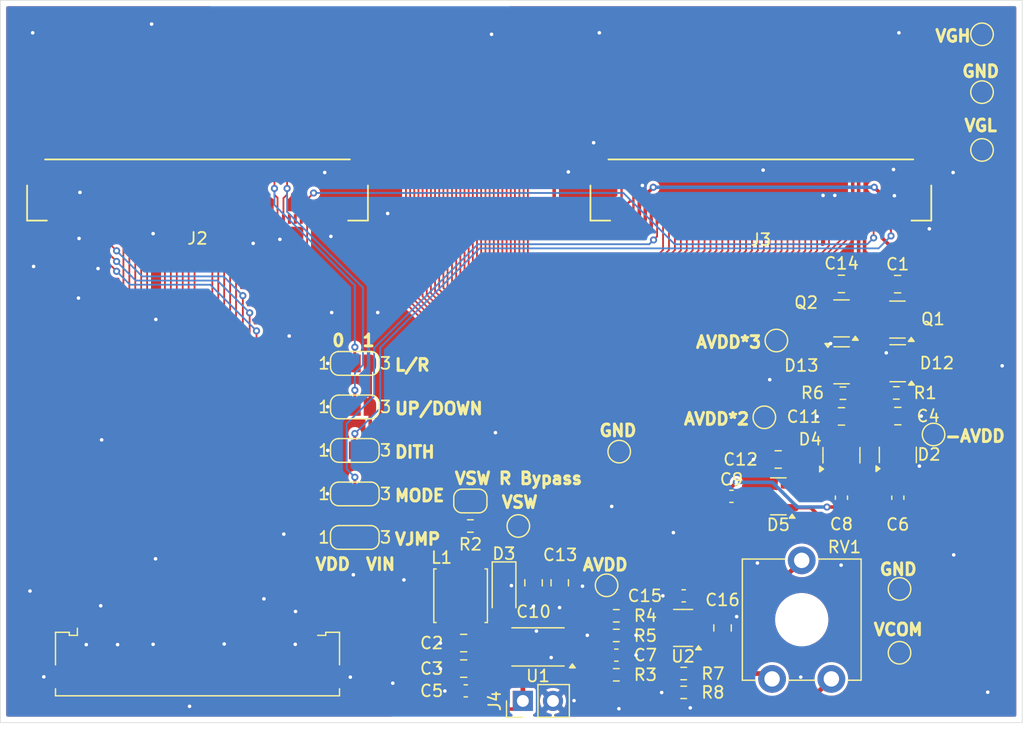
<source format=kicad_pcb>
(kicad_pcb (version 20241229) (generator "pcbnew") (generator_version "9.0")
  (layers (0 "F.Cu" signal) (2 "B.Cu" signal) (13 "F.Paste" user) (15 "B.Paste" user) (5 "F.SilkS" user "F.Silkscreen") (7 "B.SilkS" user "B.Silkscreen") (1 "F.Mask" user) (3 "B.Mask" user) (25 "Edge.Cuts" user))
  (net 0 "")
  (net 1 "GND")
  (net 2 "Net-(D3-A)")
  (net 3 "Net-(D4-A)")
  (net 4 "VIN")
  (net 5 "LED_A")
  (net 6 "VGL")
  (net 7 "/LCD_R6")
  (net 8 "VCOM")
  (net 9 "/LCD_B2")
  (net 10 "/L_R_SEL")
  (net 11 "AVDD")
  (net 12 "/LCD_R3")
  (net 13 "LED_K")
  (net 14 "/RESET")
  (net 15 "/LCD_R0")
  (net 16 "/LCD_B7")
  (net 17 "/LCD_B3")
  (net 18 "/LCD_R7")
  (net 19 "/LCD_G4")
  (net 20 "/LCD_B5")
  (net 21 "/LCD_G0")
  (net 22 "VGH")
  (net 23 "/U_D_SEL")
  (net 24 "/LCD_R5")
  (net 25 "/LCD_R1")
  (net 26 "/DE")
  (net 27 "/DITHB")
  (net 28 "/LCD_B1")
  (net 29 "/LCD_B6")
  (net 30 "/LCD_G2")
  (net 31 "/LCD_B4")
  (net 32 "/LCD_G6")
  (net 34 "/MODE")
  (net 36 "/LCD_B0")
  (net 37 "/DCLK")
  (net 38 "/LCD_G5")
  (net 39 "/HSYNC")
  (net 40 "/LCD_R2")
  (net 41 "/LCD_G7")
  (net 42 "/VSYNC")
  (net 43 "/LCD_R4")
  (net 44 "/LCD_G3")
  (net 45 "/LCD_G1")
  (net 56 "VDD")
  (net 59 "Net-(U1-SS)")
  (net 60 "Net-(D12-A)")
  (net 61 "Net-(D5-COM)")
  (net 62 "Net-(U1-FB)")
  (net 63 "Net-(U1-COMP)")
  (net 64 "Net-(D2-A)")
  (net 65 "Net-(D2-COM)")
  (net 66 "Net-(JP1-B)")
  (net 67 "Net-(C7-Pad2)")
  (net 68 "Net-(D4-COM)")
  (net 69 "Net-(D4-K)")
  (net 70 "Net-(U2-+)")
  (net 81 "Net-(R7-Pad1)")
  (net 82 "Net-(R8-Pad1)")
  (net 83 "VDD_JMP")
  (net 85 "Net-(D13-K)")
  (footprint "Connector_FFC-FPC:Omron_XF2M-4015-1A_1x40-1MP_P0.5mm_Horizontal" (layer "F.Cu") (at 116.6218 119.634)
    (property "Reference" "J1" (hide yes))
    (property "Value" "Conn_01x40_MountingPin")
  )
  (footprint "Package_TO_SOT_SMD:SOT-23" (layer "F.Cu") (at 170.9577 95.2066)
    (property "Reference" "D13")
    (property "Value" "BZX84Cxx")
  )
  (footprint "TestPoint:TestPoint_Pad_D1.5mm" (layer "F.Cu") (at 143.6878 108.7628)
    (property "Reference" "TP2" (hide yes))
    (property "Value" "TestPoint")
  )
  (footprint "Jumper:SolderJumper-3_P1.3mm_Open_RoundedPad1.0x1.5mm_NumberLabels" (layer "F.Cu") (at 129.891 95.0468)
    (property "Reference" "JP12" (hide yes))
    (property "Value" "JMP")
  )
  (footprint "TestPoint:TestPoint_Pad_D1.5mm" (layer "F.Cu") (at 151.1309 113.7666)
    (property "Reference" "TP5" (hide yes))
    (property "Value" "TestPoint")
  )
  (footprint "XF2M_5015_1A:CON50_1X50_DRB_XF2C_TYC" (layer "F.Cu") (at 164.1452 80.4182)
    (property "Reference" "J3")
    (property "Value" "Conn_01x50_MountingPin")
  )
  (footprint "Capacitor_SMD:C_0805_2012Metric" (layer "F.Cu") (at 144.9709 113.5545 -90)
    (property "Reference" "C10")
    (property "Value" "10uF")
  )
  (footprint "Capacitor_SMD:C_0603_1608Metric" (layer "F.Cu") (at 170.9452 106.3752 90)
    (property "Reference" "C8")
    (property "Value" "100nF/50V")
  )
  (footprint "Package_TO_SOT_SMD:SOT-23" (layer "F.Cu") (at 175.6895 95.0316 180)
    (property "Reference" "D12")
    (property "Value" "BZX84Cxx")
  )
  (footprint "Resistor_SMD:R_0603_1608Metric" (layer "F.Cu") (at 151.9559 121.3157)
    (property "Reference" "R3")
    (property "Value" "30K")
  )
  (footprint "TestPoint:TestPoint_Pad_D1.5mm" (layer "F.Cu") (at 165.4556 93.1164)
    (property "Reference" "TP7" (hide yes))
    (property "Value" "TestPoint")
  )
  (footprint "Package_TO_SOT_SMD:SOT-23-5" (layer "F.Cu") (at 157.587 117.3621 180)
    (property "Reference" "U2")
    (property "Value" "LM7321")
  )
  (footprint "Package_TO_SOT_SMD:SOT-23" (layer "F.Cu") (at 170.9452 102.7938 90)
    (property "Reference" "D4")
    (property "Value" "BAT54S")
  )
  (footprint "Capacitor_SMD:C_0805_2012Metric" (layer "F.Cu") (at 147.1807 113.5545 -90)
    (property "Reference" "C13")
    (property "Value" "10uF")
  )
  (footprint "Jumper:SolderJumper-3_P1.3mm_Open_RoundedPad1.0x1.5mm_NumberLabels" (layer "F.Cu") (at 129.891 102.3874)
    (property "Reference" "JP15" (hide yes))
    (property "Value" "JMP")
  )
  (footprint "Resistor_SMD:R_0603_1608Metric" (layer "F.Cu") (at 151.9559 117.996767)
    (property "Reference" "R5")
    (property "Value" "18K")
  )
  (footprint "Jumper:SolderJumper-3_P1.3mm_Open_RoundedPad1.0x1.5mm_NumberLabels" (layer "F.Cu") (at 129.891 98.7171)
    (property "Reference" "JP14" (hide yes))
    (property "Value" "JMP")
  )
  (footprint "Diode_SMD:D_SOD-123F" (layer "F.Cu") (at 142.4817 114.0045 -90)
    (property "Reference" "D3")
    (property "Value" "MBR0520")
  )
  (footprint "Package_TO_SOT_SMD:SOT-23" (layer "F.Cu") (at 165.6205 106.2623 180)
    (property "Reference" "D5")
    (property "Value" "BAT54S")
  )
  (footprint "XF2M_5015_1A:CON50_1X50_DRB_XF2C_TYC" (layer "F.Cu") (at 116.6218 80.4182)
    (property "Reference" "J2")
    (property "Value" "Conn_01x50_MountingPin")
  )
  (footprint "Package_TO_SOT_SMD:SOT-23" (layer "F.Cu") (at 175.6687 91.3486 180)
    (property "Reference" "Q1")
    (property "Value" "BC857")
  )
  (footprint "Jumper:SolderJumper-3_P1.3mm_Open_RoundedPad1.0x1.5mm_NumberLabels" (layer "F.Cu") (at 129.891 109.728)
    (property "Reference" "JP13" (hide yes))
    (property "Value" "JMP")
  )
  (footprint "Resistor_SMD:R_0603_1608Metric" (layer "F.Cu") (at 151.9559 116.3373)
    (property "Reference" "R4")
    (property "Value" "120K")
  )
  (footprint "Resistor_SMD:R_0603_1608Metric" (layer "F.Cu") (at 139.6414 108.7628)
    (property "Reference" "R2")
    (property "Value" "10R")
  )
  (footprint "Capacitor_SMD:C_0603_1608Metric" (layer "F.Cu") (at 139.2531 122.6717)
    (property "Reference" "C5")
    (property "Value" "100nF/25V")
  )
  (footprint "TestPoint:TestPoint_Pad_D1.5mm" (layer "F.Cu") (at 182.8038 72.1614)
    (property "Reference" "TP8" (hide yes))
    (property "Value" "TestPoint")
  )
  (footprint "Inductor_SMD:L_Abracon_ASPI-0425" (layer "F.Cu") (at 138.8164 114.6453 90)
    (property "Reference" "L1")
    (property "Value" "3.3uH")
  )
  (footprint "Package_SO:TSSOP-8_4.4x3mm_P0.65mm" (layer "F.Cu") (at 145.3442 118.9633 180)
    (property "Reference" "U1")
    (property "Value" "TPS61085PW")
  )
  (footprint "Resistor_SMD:R_0603_1608Metric" (layer "F.Cu") (at 157.6378 122.7977 180)
    (property "Reference" "R8")
    (property "Value" "49.9K")
  )
  (footprint "Capacitor_SMD:C_0603_1608Metric" (layer "F.Cu") (at 161.671 106.2623)
    (property "Reference" "C9")
    (property "Value" "100nF/50V")
  )
  (footprint "Package_TO_SOT_SMD:SOT-23" (layer "F.Cu") (at 175.702 102.7661 90)
    (property "Reference" "D2")
    (property "Value" "BAT54S")
  )
  (footprint "TestPoint:TestPoint_Pad_D1.5mm" (layer "F.Cu") (at 175.8442 114.0714)
    (property "Reference" "TP10" (hide yes))
    (property "Value" "TestPoint")
  )
  (footprint "TestPoint:TestPoint_Pad_D1.5mm" (layer "F.Cu") (at 178.7144 101.0412)
    (property "Reference" "TP11" (hide yes))
    (property "Value" "TestPoint")
  )
  (footprint "TestPoint:TestPoint_Pad_D1.5mm" (layer "F.Cu") (at 182.8038 77.0382)
    (property "Reference" "TP1" (hide yes))
    (property "Value" "TestPoint")
  )
  (footprint "TestPoint:TestPoint_Pad_D1.5mm" (layer "F.Cu") (at 152.1968 102.489)
    (property "Reference" "TP9" (hide yes))
    (property "Value" "TestPoint")
  )
  (footprint "TestPoint:TestPoint_Pad_D1.5mm" (layer "F.Cu") (at 175.8442 119.4562)
    (property "Reference" "TP6" (hide yes))
    (property "Value" "TestPoint")
  )
  (footprint "Capacitor_SMD:C_0805_2012Metric" (layer "F.Cu") (at 139.0781 118.6383 180)
    (property "Reference" "C2")
    (property "Value" "10uF")
  )
  (footprint "Capacitor_SMD:C_0805_2012Metric" (layer "F.Cu") (at 160.9144 117.3621 90)
    (property "Reference" "C16")
    (property "Value" "1uF/25V")
  )
  (footprint "Capacitor_SMD:C_0805_2012Metric" (layer "F.Cu") (at 175.6812 88.3616)
    (property "Reference" "C1")
    (property "Value" "2.2uF/50V")
  )
  (footprint "Resistor_SMD:R_0603_1608Metric" (layer "F.Cu") (at 175.577 97.536 180)
    (property "Reference" "R1")
    (property "Value" "1K")
  )
  (footprint "Capacitor_SMD:C_0805_2012Metric" (layer "F.Cu") (at 165.608 103.1494 180)
    (property "Reference" "C12")
    (property "Value" "1uF/50V")
  )
  (footprint "Capacitor_SMD:C_0603_1608Metric" (layer "F.Cu") (at 151.9559 119.656233 180)
    (property "Reference" "C7")
    (property "Value" "1.1nF/25V")
  )
  (footprint "Capacitor_SMD:C_0805_2012Metric" (layer "F.Cu") (at 170.942 88.3412 180)
    (property "Reference" "C14")
    (property "Value" "2.2uF/50V")
  )
  (footprint "Capacitor_SMD:C_0805_2012Metric" (layer "F.Cu") (at 139.0781 120.7921 180)
    (property "Reference" "C3")
    (property "Value" "1uF")
  )
  (footprint "Resistor_SMD:R_0603_1608Metric" (layer "F.Cu") (at 157.6378 121.2088 180)
    (property "Reference" "R7")
    (property "Value" "49.9K")
  )
  (footprint "Resistor_SMD:R_0603_1608Metric" (layer "F.Cu") (at 171.0702 97.5614 180)
    (property "Reference" "R6")
    (property "Value" "1K")
  )
  (footprint "TestPoint:TestPoint_Pad_D1.5mm" (layer "F.Cu") (at 182.8038 67.2846)
    (property "Reference" "TP4" (hide yes))
    (property "Value" "TestPoint")
  )
  (footprint "Jumper:SolderJumper-3_P1.3mm_Open_RoundedPad1.0x1.5mm_NumberLabels" (layer "F.Cu") (at 129.891 106.0577)
    (property "Reference" "JP16" (hide yes))
    (property "Value" "JMP")
  )
  (footprint "TestPoint:TestPoint_Pad_D1.5mm" (layer "F.Cu") (at 164.4396 99.5934)
    (property "Reference" "TP3" (hide yes))
    (property "Value" "TestPoint")
  )
  (footprint "Capacitor_SMD:C_0603_1608Metric" (layer "F.Cu") (at 175.702 106.3752 -90)
    (property "Reference" "C6")
    (property "Value" "100nF/50V")
  )
  (footprint "Potentiometer_THT:Potentiometer_ACP_CA9-V10_Vertical_Hole" (layer "F.Cu") (at 170.0946 121.6622 90)
    (property "Reference" "RV1")
    (property "Value" "50K")
  )
  (footprint "Capacitor_SMD:C_0603_1608Metric" (layer "F.Cu") (at 157.6378 114.6556)
    (property "Reference" "C15")
    (property "Value" "100nF/25V")
  )
  (footprint "Jumper:SolderJumper-2_P1.3mm_Open_RoundedPad1.0x1.5mm" (layer "F.Cu") (at 139.6414 106.6546)
    (property "Reference" "JP1" (hide yes))
    (property "Value" "JMP")
  )
  (footprint "Connector_PinHeader_2.54mm:PinHeader_1x02_P2.54mm_Vertical" (layer "F.Cu") (at 144.0692 123.5202 90)
    (property "Reference" "J4")
    (property "Value" "Conn_01x02")
  )
  (footprint "Capacitor_SMD:C_0805_2012Metric" (layer "F.Cu") (at 175.702 99.4918)
    (property "Reference" "C4")
    (property "Value" "1uF/50V")
  )
  (footprint "Package_TO_SOT_SMD:SOT-23" (layer "F.Cu") (at 170.9545 91.2509 180)
    (property "Reference" "Q2")
    (property "Value" "BC850")
  )
  (footprint "Capacitor_SMD:C_0805_2012Metric" (layer "F.Cu") (at 170.9452 99.5172 180)
    (property "Reference" "C11")
    (property "Value" "1uF/50V")
  )
  (gr_rect (start 99.9848 64.4144) (end 186.1924 125.349) (stroke (width 0.05)) (fill no) (layer "Edge.Cuts"))
  (gr_text "VJMP" (at 133.1468 110.45425 0) (layer "F.SilkS") (effects (font (size 1 1) (thickness 0.25) (bold yes)) (justify left bottom)))
  (gr_text "VDD" (at 126.4412 112.5728 0) (layer "F.SilkS") (effects (font (size 1 1) (thickness 0.25) (bold yes)) (justify left bottom)))
  (gr_text "0" (at 127.86481 93.7006 0) (layer "F.SilkS") (effects (font (size 1 1) (thickness 0.25) (bold yes)) (justify left bottom)))
  (gr_text "GND" (at 150.397991 101.2952 0) (layer "F.SilkS") (effects (font (size 1 1) (thickness 0.25) (bold yes)) (justify left bottom)))
  (gr_text "UP/DOWN" (at 133.1468 99.44335 0) (layer "F.SilkS") (effects (font (size 1 1) (thickness 0.25) (bold yes)) (justify left bottom)))
  (gr_text "-AVDD" (at 179.578 101.76745 0) (layer "F.SilkS") (effects (font (size 1 1) (thickness 0.25) (bold yes)) (justify left bottom)))
  (gr_text "DITH" (at 133.1468 103.11365 0) (layer "F.SilkS") (effects (font (size 1 1) (thickness 0.25) (bold yes)) (justify left bottom)))
  (gr_text "VCOM" (at 173.545391 118.0846 0) (layer "F.SilkS") (effects (font (size 1 1) (thickness 0.25) (bold yes)) (justify left bottom)))
  (gr_text "L/R" (at 133.1468 95.77305 0) (layer "F.SilkS") (effects (font (size 1 1) (thickness 0.25) (bold yes)) (justify left bottom)))
  (gr_text "GND" (at 174.045391 113.0046 0) (layer "F.SilkS") (effects (font (size 1 1) (thickness 0.25) (bold yes)) (justify left bottom)))
  (gr_text "VSW R Bypass" (at 138.2014 105.3338 0) (layer "F.SilkS") (effects (font (size 1 1) (thickness 0.25) (bold yes)) (justify left bottom)))
  (gr_text "VGH" (at 178.7398 68.01085 0) (layer "F.SilkS") (effects (font (size 1 1) (thickness 0.25) (bold yes)) (justify left bottom)))
  (gr_text "MODE" (at 133.1468 106.78395 0) (layer "F.SilkS") (effects (font (size 1 1) (thickness 0.25) (bold yes)) (justify left bottom)))
  (gr_text "VGL" (at 181.195467 75.565 0) (layer "F.SilkS") (effects (font (size 1 1) (thickness 0.25) (bold yes)) (justify left bottom)))
  (gr_text "1" (at 130.41481 93.7006 0) (layer "F.SilkS") (effects (font (size 1 1) (thickness 0.25) (bold yes)) (justify left bottom)))
  (gr_text "VIN" (at 130.7084 112.5728 0) (layer "F.SilkS") (effects (font (size 1 1) (thickness 0.25) (bold yes)) (justify left bottom)))
  (gr_text "AVDD*2" (at 157.5308 100.31965 0) (layer "F.SilkS") (effects (font (size 1 1) (thickness 0.25) (bold yes)) (justify left bottom)))
  (gr_text "AVDD" (at 148.998757 112.6236 0) (layer "F.SilkS") (effects (font (size 1 1) (thickness 0.25) (bold yes)) (justify left bottom)))
  (gr_text "VSW" (at 142.1638 107.3404 0) (layer "F.SilkS") (effects (font (size 1 1) (thickness 0.25) (bold yes)) (justify left bottom)))
  (gr_text "AVDD*3" (at 158.5468 93.84265 0) (layer "F.SilkS") (effects (font (size 1 1) (thickness 0.25) (bold yes)) (justify left bottom)))
  (gr_text "GND" (at 181.004991 70.993 0) (layer "F.SilkS") (effects (font (size 1 1) (thickness 0.25) (bold yes)) (justify left bottom)))
  (segment (start 118.8718 118.7194) (end 118.872 118.7196) (width 0.3) (layer "F.Cu") (net 1))
  (segment (start 158.7245 117.3621) (end 159.9644 117.3621) (width 0.25) (layer "F.Cu") (net 1))
  (segment (start 169.395202 82.068202) (end 169.395202 82.8693) (width 0.3) (layer "F.Cu") (net 1))
  (segment (start 153.8952 82.0682) (end 153.8952 83.3848) (width 0.3) (layer "F.Cu") (net 1))
  (segment (start 106.372801 82.661779) (end 106.3718 82.660778) (width 0.3) (layer "F.Cu") (net 1))
  (segment (start 123.124428 84.148082) (end 122.8718 83.895454) (width 0.3) (layer "F.Cu") (net 1))
  (segment (start 137.5005 122.6717) (end 137.4902 122.682) (width 0.3) (layer "F.Cu") (net 1))
  (segment (start 138.4781 122.6717) (end 137.5005 122.6717) (width 0.3) (layer "F.Cu") (net 1))
  (segment (start 123.571 84.582) (end 123.137082 84.148082) (width 0.3) (layer "F.Cu") (net 1))
  (segment (start 106.6038 83.947) (end 106.372801 83.716001) (width 0.3) (layer "F.Cu") (net 1))
  (segment (start 128.591 98.7171) (end 127.6223 98.7171) (width 0.2) (layer "F.Cu") (net 1))
  (segment (start 156.8628 114.6556) (end 155.8798 114.6556) (width 0.3) (layer "F.Cu") (net 1))
  (segment (start 174.752 95.0316) (end 174.752 94.1832) (width 0.3) (layer "F.Cu") (net 1))
  (segment (start 175.4124 80.899) (end 175.3952 80.9162) (width 0.3) (layer "F.Cu") (net 1))
  (segment (start 127.5969 106.0577) (end 127.5842 106.045) (width 0.2) (layer "F.Cu") (net 1))
  (segment (start 106.3718 80.9532) (end 106.7054 80.6196) (width 0.3) (layer "F.Cu") (net 1))
  (segment (start 149.4991 117.9883) (end 149.5044 117.983) (width 0.3) (layer "F.Cu") (net 1))
  (segment (start 112.8718 117.584) (end 112.8718 118.7392) (width 0.3) (layer "F.Cu") (net 1))
  (segment (start 106.3718 82.660778) (end 106.3718 80.9532) (width 0.3) (layer "F.Cu") (net 1))
  (segment (start 152.7809 117.996767) (end 153.605433 117.996767) (width 0.3) (layer "F.Cu") (net 1))
  (segment (start 153.8952 83.3848) (end 153.8986 83.3882) (width 0.3) (layer "F.Cu") (net 1))
  (segment (start 169.3952 80.8762) (end 169.3926 80.8736) (width 0.3) (layer "F.Cu") (net 1))
  (segment (start 106.8718 117.584) (end 106.8718 118.4034) (width 0.3) (layer "F.Cu") (net 1))
  (segment (start 169.3952 82.0682) (end 169.395202 82.068202) (width 0.3) (layer "F.Cu") (net 1))
  (segment (start 124.8718 115.9964) (end 124.8918 115.9764) (width 0.3) (layer "F.Cu") (net 1))
  (segment (start 175.3952 80.9162) (end 175.3952 82.8693) (width 0.3) (layer "F.Cu") (net 1))
  (segment (start 109.8718 117.584) (end 109.8718 118.7618) (width 0.3) (layer "F.Cu") (net 1))
  (segment (start 106.8718 118.4034) (end 107.2388 118.7704) (width 0.3) (layer "F.Cu") (net 1))
  (segment (start 128.591 95.0468) (end 127.6096 95.0468) (width 0.2) (layer "F.Cu") (net 1))
  (segment (start 153.616033 119.656233) (end 153.6192 119.6594) (width 0.3) (layer "F.Cu") (net 1))
  (segment (start 138.1281 120.7921) (end 137.1195 120.7921) (width 0.3) (layer "F.Cu") (net 1))
  (segment (start 106.8718 116.707) (end 108.085 115.4938) (width 0.3) (layer "F.Cu") (net 1))
  (segment (start 174.752 94.1832) (end 174.7266 94.1578) (width 0.3) (layer "F.Cu") (net 1))
  (segment (start 147.1807 114.5045) (end 147.1807 115.6331) (width 0.3) (layer "F.Cu") (net 1))
  (segment (start 170.0202 94.2566) (end 170.0202 93.3778) (width 0.3) (layer "F.Cu") (net 1))
  (segment (start 108.085 115.4938) (end 108.458 115.4938) (width 0.3) (layer "F.Cu") (net 1))
  (segment (start 123.137082 84.148082) (end 123.124428 84.148082) (width 0.3) (layer "F.Cu") (net 1))
  (segment (start 144.9709 115.5315) (end 144.9578 115.5446) (width 0.3) (layer "F.Cu") (net 1))
  (segment (start 127.8718 82.8693) (end 127.8718 84.330032) (width 0.3) (layer "F.Cu") (net 1))
  (segment (start 127.8718 84.330032) (end 127.873853 84.332085) (width 0.3) (layer "F.Cu") (net 1))
  (segment (start 170.3952 80.8856) (end 170.3952 82.8693) (width 0.3) (layer "F.Cu") (net 1))
  (segment (start 118.8718 117.584) (end 118.8718 118.7194) (width 0.3) (layer "F.Cu") (net 1))
  (segment (start 121.319675 84.920427) (end 121.319675 84.420325) (width 0.3) (layer "F.Cu") (net 1))
  (segment (start 124.8718 117.584) (end 124.8718 118.7396) (width 0.3) (layer "F.Cu") (net 1))
  (segment (start 106.6038 84.4804) (end 106.6038 83.947) (width 0.3) (layer "F.Cu") (net 1))
  (segment (start 121.319675 84.420325) (end 121.8718 83.8682) (width 0.3) (layer "F.Cu") (net 1))
  (segment (start 128.591 106.0577) (end 127.5969 106.0577) (width 0.2) (layer "F.Cu") (net 1))
  (segment (start 147.1807 115.6331) (end 147.1676 115.6462) (width 0.3) (layer "F.Cu") (net 1))
  (segment (start 177.516 103.7036) (end 177.5206 103.7082) (width 0.3) (layer "F.Cu") (net 1))
  (segment (start 124.8718 117.584) (end 124.8718 115.9964) (width 0.3) (layer "F.Cu") (net 1))
  (segment (start 162.0989 116.4121) (end 162.1028 116.4082) (width 0.3) (layer "F.Cu") (net 1))
  (segment (start 169.9952 99.5172) (end 168.8846 99.5172) (width 0.3) (layer "F.Cu") (net 1))
  (segment (start 124.8718 118.7396) (end 124.8664 118.745) (width 0.3) (layer "F.Cu") (net 1))
  (segment (start 144.9709 114.5045) (end 144.9709 115.5315) (width 0.3) (layer "F.Cu") (net 1))
  (segment (start 122.8718 83.895454) (end 122.8718 82.0682) (width 0.3) (layer "F.Cu") (net 1))
  (segment (start 153.8952 80.2928) (end 154.1526 80.0354) (width 0.3) (layer "F.Cu") (net 1))
  (segment (start 148.2067 117.9883) (end 149.4991 117.9883) (width 0.3) (layer "F.Cu") (net 1))
  (segment (start 128.591 102.3874) (end 127.6096 102.3874) (width 0.2) (layer "F.Cu") (net 1))
  (segment (start 106.6292 84.5058) (end 106.6038 84.4804) (width 0.3) (layer "F.Cu") (net 1))
  (segment (start 138.1281 118.6383) (end 137.1143 118.6383) (width 0.3) (layer "F.Cu") (net 1))
  (segment (start 127.6223 98.7171) (end 127.6096 98.7044) (width 0.2) (layer "F.Cu") (net 1))
  (segment (start 153.8952 82.0682) (end 153.8952 80.2928) (width 0.3) (layer "F.Cu") (net 1))
  (segment (start 160.9144 116.4121) (end 162.0989 116.4121) (width 0.3) (layer "F.Cu") (net 1))
  (segment (start 106.372801 83.716001) (end 106.372801 82.661779) (width 0.3) (layer "F.Cu") (net 1))
  (segment (start 159.9644 117.3621) (end 160.9144 116.4121) (width 0.25) (layer "F.Cu") (net 1))
  (segment (start 106.8718 117.584) (end 106.8718 116.707) (width 0.3) (layer "F.Cu") (net 1))
  (segment (start 121.8718 83.8682) (end 121.8718 82.0682) (width 0.3) (layer "F.Cu") (net 1))
  (segment (start 176.652 99.4918) (end 177.673 99.4918) (width 0.3) (layer "F.Cu") (net 1))
  (segment (start 169.3952 82.0682) (end 169.3952 80.8762) (width 0.3) (layer "F.Cu") (net 1))
  (segment (start 109.8718 118.7618) (end 109.8804 118.7704) (width 0.3) (layer "F.Cu") (net 1))
  (segment (start 152.7309 119.656233) (end 153.616033 119.656233) (width 0.3) (layer "F.Cu") (net 1))
  (segment (start 153.605433 117.996767) (end 153.6192 117.983) (width 0.3) (layer "F.Cu") (net 1))
  (segment (start 164.658 103.1494) (end 163.5252 103.1494) (width 0.3) (layer "F.Cu") (net 1))
  (segment (start 170.0202 93.3778) (end 170.0276 93.3704) (width 0.3) (layer "F.Cu") (net 1))
  (segment (start 170.3832 80.8736) (end 170.3952 80.8856) (width 0.3) (layer "F.Cu") (net 1))
  (segment (start 137.1143 118.6383) (end 137.1092 118.6434) (width 0.3) (layer "F.Cu") (net 1))
  (segment (start 156.8128 122.7977) (end 155.7895 122.7977) (width 0.3) (layer "F.Cu") (net 1))
  (segment (start 112.8718 118.7392) (end 112.8776 118.745) (width 0.3) (layer "F.Cu") (net 1))
  (segment (start 137.1195 120.7921) (end 137.1092 120.8024) (width 0.3) (layer "F.Cu") (net 1))
  (segment (start 176.652 103.7036) (end 177.516 103.7036) (width 0.3) (layer "F.Cu") (net 1))
  (segment (start 155.7895 122.7977) (end 155.7782 122.809) (width 0.3) (layer "F.Cu") (net 1))
  (via (at 180.3654 78.9432) (size 0.6) (drill 0.3) (layers "F.Cu" "B.Cu") (net 1))
  (via (at 102.7176 67.1576) (size 0.6) (drill 0.3) (layers "F.Cu" "B.Cu") (net 1))
  (via (at 180.4162 111.2012) (size 0.6) (drill 0.3) (layers "F.Cu" "B.Cu") (net 1))
  (via (at 146.4564 119.8626) (size 0.6) (drill 0.3) (layers "F.Cu" "B.Cu") (net 1))
  (via (at 112.7506 66.421) (size 0.6) (drill 0.3) (layers "F.Cu" "B.Cu") (net 1))
  (via (at 175.4124 80.899) (size 0.6) (drill 0.3) (layers "F.Cu" "B.Cu") (net 1))
  (via (at 150.5204 67.1576) (size 0.6) (drill 0.3) (layers "F.Cu" "B.Cu") (net 1))
  (via (at 162.1028 116.4082) (size 0.6) (drill 0.3) (layers "F.Cu" "B.Cu") (net 1))
  (via (at 156.7688 109.3216) (size 0.6) (drill 0.3) (layers "F.Cu" "B.Cu") (net 1))
  (via (at 163.5252 103.1494) (size 0.6) (drill 0.3) (layers "F.Cu" "B.Cu") (net 1))
  (via (at 158.1912 124.1044) (size 0.6) (drill 0.3) (layers "F.Cu" "B.Cu") (net 1))
  (via (at 137.1092 120.8024) (size 0.6) (drill 0.3) (layers "F.Cu" "B.Cu") (net 1))
  (via (at 115.951 123.9774) (size 0.6) (drill 0.3) (layers "F.Cu" "B.Cu") (net 1))
  (via (at 118.872 118.7196) (size 0.6) (drill 0.3) (layers "F.Cu" "B.Cu") (net 1))
  (via (at 124.8664 118.745) (size 0.6) (drill 0.3) (layers "F.Cu" "B.Cu") (net 1))
  (via (at 127.6096 95.0468) (size 0.6) (drill 0.3) (layers "F.Cu" "B.Cu") (net 1))
  (via (at 169.3926 80.8736) (size 0.6) (drill 0.3) (layers "F.Cu" "B.Cu") (net 1))
  (via (at 141.7574 100.8888) (size 0.6) (drill 0.3) (layers "F.Cu" "B.Cu") (net 1))
  (via (at 183.2864 122.7836) (size 0.6) (drill 0.3) (layers "F.Cu" "B.Cu") (net 1))
  (via (at 168.8846 99.5172) (size 0.6) (drill 0.3) (layers "F.Cu" "B.Cu") (net 1))
  (via (at 127.9398 90.7542) (size 0.6) (drill 0.3) (layers "F.Cu" "B.Cu") (net 1))
  (via (at 149.098 113.8428) (size 0.6) (drill 0.3) (layers "F.Cu" "B.Cu") (net 1))
  (via (at 127.3556 78.9432) (size 0.6) (drill 0.3) (layers "F.Cu" "B.Cu") (net 1))
  (via (at 175.7934 67.1576) (size 0.6) (drill 0.3) (layers "F.Cu" "B.Cu") (net 1))
  (via (at 129.5146 121.5136) (size 0.6) (drill 0.3) (layers "F.Cu" "B.Cu") (net 1))
  (via (at 123.9012 109.4486) (size 0.6) (drill 0.3) (layers "F.Cu" "B.Cu") (net 1))
  (via (at 153.6192 119.6594) (size 0.6) (drill 0.3) (layers "F.Cu" "B.Cu") (net 1))
  (via (at 124.8918 115.9764) (size 0.6) (drill 0.3) (layers "F.Cu" "B.Cu") (net 1))
  (via (at 108.458 115.4938) (size 0.6) (drill 0.3) (layers "F.Cu" "B.Cu") (net 1))
  (via (at 127.873853 84.332085) (size 0.6) (drill 0.3) (layers "F.Cu" "B.Cu") (net 1))
  (via (at 137.1092 118.6434) (size 0.6) (drill 0.3) (layers "F.Cu" "B.Cu") (net 1))
  (via (at 132.6642 82.3976) (size 0.6) (drill 0.3) (layers "F.Cu" "B.Cu") (net 1))
  (via (at 164.338 78.74) (size 0.6) (drill 0.3) (layers "F.Cu" "B.Cu") (net 1))
  (via (at 177.5206 103.7082) (size 0.6) (drill 0.3) (layers "F.Cu" "B.Cu") (net 1))
  (via (at 143.1036 113.792) (size 0.6) (drill 0.3) (layers "F.Cu" "B.Cu") (net 1))
  (via (at 122.2248 114.9096) (size 0.6) (drill 0.3) (layers "F.Cu" "B.Cu") (net 1))
  (via (at 164.8968 96.4184) (size 0.6) (drill 0.3) (layers "F.Cu" "B.Cu") (net 1))
  (via (at 121.319675 84.920427) (size 0.6) (drill 0.3) (layers "F.Cu" "B.Cu") (net 1))
  (via (at 144.9578 115.5446) (size 0.6) (drill 0.3) (layers "F.Cu" "B.Cu") (net 1))
  (via (at 170.9166 112.0648) (size 0.6) (drill 0.3) (layers "F.Cu" "B.Cu") (net 1))
  (via (at 113.0808 111.5314) (size 0.6) (drill 0.3) (layers "F.Cu" "B.Cu") (net 1))
  (via (at 151.5618 107.1118) (size 0.6) (drill 0.3) (layers "F.Cu" "B.Cu") (net 1))
  (via (at 131.826 90.7542) (size 0.6) (drill 0.3) (layers "F.Cu" "B.Cu") (net 1))
  (via (at 123.571 84.582) (size 0.6) (drill 0.3) (layers "F.Cu" "B.Cu") (net 1))
  (via (at 178.3588 83.693) (size 0.6) (drill 0.3) (layers "F.Cu" "B.Cu") (net 1))
  (via (at 170.0276 93.3704) (size 0.6) (drill 0.3) (layers "F.Cu" "B.Cu") (net 1))
  (via (at 112.8776 118.745) (size 0.6) (drill 0.3) (layers "F.Cu" "B.Cu") (net 1))
  (via (at 153.6192 117.983) (size 0.6) (drill 0.3) (layers "F.Cu" "B.Cu") (net 1))
  (via (at 109.8804 118.7704) (size 0.6) (drill 0.3) (layers "F.Cu" "B.Cu") (net 1))
  (via (at 174.7266 94.1578) (size 0.6) (drill 0.3) (layers "F.Cu" "B.Cu") (net 1))
  (via (at 147.1676 115.6462) (size 0.6) (drill 0.3) (layers "F.Cu" "B.Cu") (net 1))
  (via (at 155.7782 122.809) (size 0.6) (drill 0.3) (layers "F.Cu" "B.Cu") (net 1))
  (via (at 124.3584 92.7354) (size 0.6) (drill 0.3) (layers "F.Cu" "B.Cu") (net 1))
  (via (at 184.5056 95.25) (size 0.6) (drill 0.3) (layers "F.Cu" "B.Cu") (net 1))
  (via (at 148.3868 123.4948) (size 0.6) (drill 0.3) (layers "F.Cu" "B.Cu") (net 1))
  (via (at 107.2388 118.7704) (size 0.6) (drill 0.3) (layers "F.Cu" "B.Cu") (net 1))
  (via (at 127.6096 98.7044) (size 0.6) (drill 0.3) (layers "F.Cu" "B.Cu") (net 1))
  (via (at 155.8798 114.6556) (size 0.6) (drill 0.3) (layers "F.Cu" "B.Cu") (net 1))
  (via (at 112.8776 84.0994) (size 0.6) (drill 0.3) (layers "F.Cu" "B.Cu") (net 1))
  (via (at 154.1526 80.0354) (size 0.6) (drill 0.3) (layers "F.Cu" "B.Cu") (net 1))
  (via (at 134.0358 113.3094) (size 0.6) (drill 0.3) (layers "F.Cu" "B.Cu") (net 1))
  (via (at 103.6574 121.4882) (size 0.6) (drill 0.3) (layers "F.Cu" "B.Cu") (net 1))
  (via (at 129.7686 112.8776) (size 0.6) (drill 0.3) (layers "F.Cu" "B.Cu") (net 1))
  (via (at 149.5044 117.983) (size 0.6) (drill 0.3) (layers "F.Cu" "B.Cu") (net 1))
  (via (at 108.2294 87.0458) (size 0.6) (drill 0.3) (layers "F.Cu" "B.Cu") (net 1))
  (via (at 106.5784 89.535) (size 0.6) (drill 0.3) (layers "F.Cu" "B.Cu") (net 1))
  (via (at 133.096 122.0216) (size 0.6) (drill 0.3) (layers "F.Cu" "B.Cu") (net 1))
  (via (at 141.4272 67.2846) (size 0.6) (drill 0.3) (layers "F.Cu" "B.Cu") (net 1))
  (via (at 106.7054 80.6196) (size 0.6) (drill 0.3) (layers "F.Cu" "B.Cu") (net 1))
  (via (at 127.6096 102.3874) (size 0.6) (drill 0.3) (layers "F.Cu" "B.Cu") (net 1))
  (via (at 163.8554 111.887) (size 0.6) (drill 0.3) (layers "F.Cu" "B.Cu") (net 1))
  (via (at 113.1062 91.3384) (size 0.6) (drill 0.3) (layers "F.Cu" "B.Cu") (net 1))
  (via (at 175.3362 78.6892) (size 0.6) (drill 0.3) (layers "F.Cu" "B.Cu") (net 1))
  (via (at 106.6292 84.5058) (size 0.6) (drill 0.3) (layers "F.Cu" "B.Cu") (net 1))
  (via (at 150.0378 76.4286) (size 0.6) (drill 0.3) (layers "F.Cu" "B.Cu") (net 1))
  (via (at 167.513 121.5136) (size 0.6) (drill 0.3) (layers "F.Cu" "B.Cu") (net 1))
  (via (at 152.1714 124.1806) (size 0.6) (drill 0.3) (layers "F.Cu" "B.Cu") (net 1))
  (via (at 108.5342 101.4984) (size 0.6) (drill 0.3) (layers "F.Cu" "B.Cu") (net 1))
  (via (at 127.5842 106.045) (size 0.6) (drill 0.3) (layers "F.Cu" "B.Cu") (net 1))
  (via (at 102.7938 86.868) (size 0.6) (drill 0.3) (layers "F.Cu" "B.Cu") (net 1))
  (via (at 145.2118 117.6274) (size 0.6) (drill 0.3) (layers "F.Cu" "B.Cu") (net 1))
  (via (at 137.4902 122.682) (size 0.6) (drill 0.3) (layers "F.Cu" "B.Cu") (net 1))
  (via (at 177.673 99.4918) (size 0.6) (drill 0.3) (layers "F.Cu" "B.Cu") (net 1))
  (via (at 102.489 114.2492) (size 0.6) (drill 0.3) (layers "F.Cu" "B.Cu") (net 1))
  (via (at 147.9042 78.8924) (size 0.6) (drill 0.3) (layers "F.Cu" "B.Cu") (net 1))
  (via (at 170.3832 80.8736) (size 0.6) (drill 0.3) (layers "F.Cu" "B.Cu") (net 1))
  (segment (start 138.8164 113.1203) (end 138.8164 108.7628) (width 0.4) (layer "F.Cu") (net 2))
  (segment (start 138.8164 108.7628) (end 138.8164 106.8296) (width 0.4) (layer "F.Cu") (net 2))
  (segment (start 140.1205 113.1203) (end 138.8164 113.1203) (width 0.4) (layer "F.Cu") (net 2))
  (segment (start 142.4817 115.4045) (end 142.4047 115.4045) (width 0.4) (layer "F.Cu") (net 2))
  (segment (start 138.8164 106.8296) (end 138.9914 106.6546) (width 0.4) (layer "F.Cu") (net 2))
  (segment (start 142.4817 115.4045) (end 142.4817 117.9883) (width 0.4) (layer "F.Cu") (net 2))
  (segment (start 142.4047 115.4045) (end 140.1205 113.1203) (width 0.4) (layer "F.Cu") (net 2))
  (segment (start 168.4528 104.775) (end 169.3672 104.775) (width 0.3) (layer "F.Cu") (net 3))
  (segment (start 166.558 101.7118) (end 164.4396 99.5934) (width 0.3) (layer "F.Cu") (net 3))
  (segment (start 169.3672 104.775) (end 169.9952 104.147) (width 0.3) (layer "F.Cu") (net 3))
  (segment (start 169.9952 104.147) (end 169.9952 103.7313) (width 0.3) (layer "F.Cu") (net 3))
  (segment (start 166.558 105.3123) (end 166.558 103.1494) (width 0.3) (layer "F.Cu") (net 3))
  (segment (start 166.558 105.3123) (end 167.9155 105.3123) (width 0.3) (layer "F.Cu") (net 3))
  (segment (start 166.558 103.1494) (end 166.558 101.7118) (width 0.3) (layer "F.Cu") (net 3))
  (segment (start 167.9155 105.3123) (end 168.4528 104.775) (width 0.3) (layer "F.Cu") (net 3))
  (segment (start 131.191 122.3518) (end 133.0452 124.206) (width 0.3) (layer "F.Cu") (net 4))
  (segment (start 142.4817 118.6383) (end 143.6065 118.6383) (width 0.4) (layer "F.Cu") (net 4))
  (segment (start 142.4817 118.6383) (end 141.0008 118.6383) (width 0.4) (layer "F.Cu") (net 4))
  (segment (start 145.9988 119.101) (end 144.0692 119.101) (width 0.15) (layer "F.Cu") (net 4))
  (segment (start 143.6065 118.6383) (end 144.0692 119.101) (width 0.4) (layer "F.Cu") (net 4))
  (segment (start 141.1988 119.2883) (end 141.0008 119.0903) (width 0.4) (layer "F.Cu") (net 4))
  (segment (start 143.3834 124.206) (end 144.0692 123.5202) (width 0.3) (layer "F.Cu") (net 4))
  (segment (start 142.4817 119.2883) (end 141.1988 119.2883) (width 0.4) (layer "F.Cu") (net 4))
  (segment (start 133.0452 124.206) (end 143.3834 124.206) (width 0.3) (layer "F.Cu") (net 4))
  (segment (start 140.0281 116.1703) (end 138.8164 116.1703) (width 0.4) (layer "F.Cu") (net 4))
  (segment (start 140.0281 118.6383) (end 140.0281 116.1703) (width 0.4) (layer "F.Cu") (net 4))
  (segment (start 141.0008 119.0903) (end 141.0008 118.6383) (width 0.4) (layer "F.Cu") (net 4))
  (segment (start 148.2067 118.6383) (end 146.4615 118.6383) (width 0.15) (layer "F.Cu") (net 4))
  (segment (start 144.0692 119.101) (end 144.0692 123.5202) (width 0.4) (layer "F.Cu") (net 4))
  (segment (start 141.0008 118.6383) (end 140.0281 118.6383) (width 0.4) (layer "F.Cu") (net 4))
  (segment (start 140.0281 118.6383) (end 140.0281 120.7921) (width 0.4) (layer "F.Cu") (net 4))
  (segment (start 131.191 109.728) (end 131.191 122.3518) (width 0.3) (layer "F.Cu") (net 4))
  (segment (start 146.4615 118.6383) (end 145.9988 119.101) (width 0.15) (layer "F.Cu") (net 4))
  (segment (start 105.8718 85.217001) (end 105.871801 85.217) (width 0.3) (layer "F.Cu") (net 5))
  (segment (start 124.2822 120.7262) (end 107.3404 120.7262) (width 0.3) (layer "F.Cu") (net 5))
  (segment (start 105.871801 81.4324) (end 105.871801 82.8693) (width 0.2) (layer "F.Cu") (net 5))
  (segment (start 126.3718 117.584) (end 126.3718 118.6366) (width 0.3) (layer "F.Cu") (net 5))
  (segment (start 105.371802 81.648398) (end 105.5878 81.4324) (width 0.2) (layer "F.Cu") (net 5))
  (segment (start 105.871801 85.217) (end 105.871801 82.8693) (width 0.3) (layer "F.Cu") (net 5))
  (segment (start 126.3718 118.6366) (end 124.2822 120.7262) (width 0.3) (layer "F.Cu") (net 5))
  (segment (start 151.895202 82.8693) (end 151.895202 81.454598) (width 0.2) (layer "F.Cu") (net 5))
  (segment (start 142.4536 65.7098) (end 118.1966 65.7098) (width 0.2) (layer "F.Cu") (net 5))
  (segment (start 105.371802 82.8693) (end 105.371802 81.648398) (width 0.2) (layer "F.Cu") (net 5))
  (segment (start 152.0444 81.3054) (end 152.3952 81.3054) (width 0.2) (layer "F.Cu") (net 5))
  (segment (start 107.3404 120.7262) (end 105.4354 118.8212) (width 0.3) (layer "F.Cu") (net 5))
  (segment (start 105.8718 90.267) (end 105.8718 85.217001) (width 0.3) (layer "F.Cu") (net 5))
  (segment (start 152.3952 75.6514) (end 142.4536 65.7098) (width 0.2) (layer "F.Cu") (net 5))
  (segment (start 152.3952 81.3054) (end 152.395201 82.8693) (width 0.2) (layer "F.Cu") (net 5))
  (segment (start 105.5878 81.4324) (end 105.871801 81.4324) (width 0.2) (layer "F.Cu") (net 5))
  (segment (start 118.1966 65.7098) (end 105.8718 78.0346) (width 0.2) (layer "F.Cu") (net 5))
  (segment (start 152.3952 80.8228) (end 152.3952 81.3054) (width 0.2) (layer "F.Cu") (net 5))
  (segment (start 105.4354 90.7034) (end 105.8718 90.267) (width 0.3) (layer "F.Cu") (net 5))
  (segment (start 151.895202 81.454598) (end 152.0444 81.3054) (width 0.2) (layer "F.Cu") (net 5))
  (segment (start 105.4354 118.8212) (end 105.4354 90.7034) (width 0.3) (layer "F.Cu") (net 5))
  (segment (start 152.3952 80.8228) (end 152.3952 75.6514) (width 0.2) (layer "F.Cu") (net 5))
  (segment (start 105.8718 78.0346) (end 105.871801 81.4324) (width 0.2) (layer "F.Cu") (net 5))
  (segment (start 174.7312 88.3616) (end 174.7312 89.4888) (width 0.3) (layer "F.Cu") (net 6))
  (segment (start 175.641 90.3986) (end 176.6062 90.3986) (width 0.3) (layer "F.Cu") (net 6))
  (segment (start 174.7312 89.4888) (end 175.641 90.3986) (width 0.3) (layer "F.Cu") (net 6))
  (segment (start 182.8038 77.0382) (end 174.6504 77.0382) (width 0.3) (layer "F.Cu") (net 6))
  (segment (start 172.3952 79.2934) (end 172.3952 82.660778) (width 0.3) (layer "F.Cu") (net 6))
  (segment (start 174.7312 88.3616) (end 174.7312 88.2188) (width 0.3) (layer "F.Cu") (net 6))
  (segment (start 172.396202 82.66178) (end 172.396202 82.8693) (width 0.3) (layer "F.Cu") (net 6))
  (segment (start 174.7312 88.2188) (end 172.395201 85.882801) (width 0.3) (layer "F.Cu") (net 6))
  (segment (start 172.3952 82.870302) (end 172.396202 82.8693) (width 0.3) (layer "F.Cu") (net 6))
  (segment (start 172.3952 82.660778) (end 172.396202 82.66178) (width 0.3) (layer "F.Cu") (net 6))
  (segment (start 172.395201 85.882801) (end 172.395201 82.8693) (width 0.3) (layer "F.Cu") (net 6))
  (segment (start 174.6504 77.0382) (end 172.3952 79.2934) (width 0.3) (layer "F.Cu") (net 6))
  (segment (start 118.3718 83.489802) (end 118.371802 83.4898) (width 0.15) (layer "F.Cu") (net 7))
  (segment (start 122.383467 73.962401) (end 133.974131 73.962401) (width 0.15) (layer "F.Cu") (net 7))
  (segment (start 116.8718 117.584) (end 116.8718 112.707188) (width 0.15) (layer "F.Cu") (net 7))
  (segment (start 118.371802 77.97407) (end 118.3718 77.974068) (width 0.15) (layer "F.Cu") (net 7))
  (segment (start 118.3718 77.974068) (end 122.383467 73.962401) (width 0.15) (layer "F.Cu") (net 7))
  (segment (start 118.3718 111.207188) (end 118.3718 83.489802) (width 0.15) (layer "F.Cu") (net 7))
  (segment (start 116.8718 112.707188) (end 118.3718 111.207188) (width 0.15) (layer "F.Cu") (net 7))
  (segment (start 157.166489 94.275821) (end 165.895202 85.547108) (width 0.15) (layer "F.Cu") (net 7))
  (segment (start 137.364398 88.677444) (end 142.962775 94.275821) (width 0.15) (layer "F.Cu") (net 7))
  (segment (start 165.895202 85.547108) (end 165.895202 82.8693) (width 0.15) (layer "F.Cu") (net 7))
  (segment (start 118.371802 83.4898) (end 118.371802 82.8693) (width 0.15) (layer "F.Cu") (net 7))
  (segment (start 137.364398 77.352668) (end 137.364398 88.677444) (width 0.15) (layer "F.Cu") (net 7))
  (segment (start 133.974131 73.962401) (end 137.364398 77.352668) (width 0.15) (layer "F.Cu") (net 7))
  (segment (start 118.371802 82.8693) (end 118.371802 77.97407) (width 0.15) (layer "F.Cu") (net 7))
  (segment (start 142.962775 94.275821) (end 157.166489 94.275821) (width 0.15) (layer "F.Cu") (net 7))
  (segment (start 154.395202 82.068202) (end 154.395202 82.8693) (width 0.3) (layer "F.Cu") (net 8))
  (segment (start 164.7444 119.4562) (end 175.8442 119.4562) (width 0.4) (layer "F.Cu") (net 8))
  (segment (start 156.8402 116.4121) (end 156.4495 116.4121) (width 0.4) (layer "F.Cu") (net 8))
  (segment (start 179.8574 119.4562) (end 175.8442 119.4562) (width 0.3) (layer "F.Cu") (net 8))
  (segment (start 181.0512 86.0044) (end 182.7022 87.6554) (width 0.3) (layer "F.Cu") (net 8))
  (segment (start 174.395202 82.068202) (end 174.395202 82.8693) (width 0.3) (layer "F.Cu") (net 8))
  (segment (start 174.3952 84.4792) (end 175.9204 86.0044) (width 0.3) (layer "F.Cu") (net 8))
  (segment (start 182.7022 116.6114) (end 179.8574 119.4562) (width 0.3) (layer "F.Cu") (net 8))
  (segment (start 154.3952 82.0682) (end 154.3952 80.8596) (width 0.3) (layer "F.Cu") (net 8))
  (segment (start 160.9144 118.3121) (end 163.6003 118.3121) (width 0.4) (layer "F.Cu") (net 8))
  (segment (start 174.3952 84.4792) (end 174.395202 84.479198) (width 0.3) (layer "F.Cu") (net 8))
  (segment (start 174.3952 80.8724) (end 173.7106 80.1878) (width 0.3) (layer "F.Cu") (net 8))
  (segment (start 157.6124 118.1495) (end 157.6124 117.1843) (width 0.4) (layer "F.Cu") (net 8))
  (segment (start 163.6003 118.3121) (end 164.7444 119.4562) (width 0.4) (layer "F.Cu") (net 8))
  (segment (start 174.3952 82.0682) (end 174.3952 80.8724) (width 0.3) (layer "F.Cu") (net 8))
  (segment (start 158.7245 118.3121) (end 157.775 118.3121) (width 0.4) (layer "F.Cu") (net 8))
  (segment (start 175.9204 86.0044) (end 181.0512 86.0044) (width 0.3) (layer "F.Cu") (net 8))
  (segment (start 154.3952 82.0682) (end 154.395202 82.068202) (width 0.3) (layer "F.Cu") (net 8))
  (segment (start 154.3952 80.8596) (end 155.067 80.1878) (width 0.3) (layer "F.Cu") (net 8))
  (segment (start 158.7245 118.3121) (end 160.9144 118.3121) (width 0.4) (layer "F.Cu") (net 8))
  (segment (start 174.395202 84.479198) (end 174.395202 82.8693) (width 0.3) (layer "F.Cu") (net 8))
  (segment (start 157.6124 117.1843) (end 156.8402 116.4121) (width 0.4) (layer "F.Cu") (net 8))
  (segment (start 182.7022 87.6554) (end 182.7022 116.6114) (width 0.3) (layer "F.Cu") (net 8))
  (segment (start 174.3952 82.0682) (end 174.395202 82.068202) (width 0.3) (layer "F.Cu") (net 8))
  (segment (start 157.775 118.3121) (end 157.6124 118.1495) (width 0.4) (layer "F.Cu") (net 8))
  (via (at 155.067 80.1878) (size 0.6) (drill 0.3) (layers "F.Cu" "B.Cu") (net 8))
  (via (at 173.7106 80.1878) (size 0.6) (drill 0.3) (layers "F.Cu" "B.Cu") (net 8))
  (segment (start 173.7106 80.1878) (end 155.067 80.1878) (width 0.3) (layer "B.Cu") (net 8))
  (segment (start 155.405665 90.024819) (end 144.723597 90.024819) (width 0.15) (layer "F.Cu") (net 9))
  (segment (start 141.6154 75.5904) (end 135.7572 69.7322) (width 0.15) (layer "F.Cu") (net 9))
  (segment (start 120.657003 69.7322) (end 112.3718 78.017403) (width 0.15) (layer "F.Cu") (net 9))
  (segment (start 159.8952 85.535284) (end 159.895201 82.8693) (width 0.15) (layer "F.Cu") (net 9))
  (segment (start 112.3718 78.017403) (end 112.3718 82.0682) (width 0.15) (layer "F.Cu") (net 9))
  (segment (start 144.723597 90.024819) (end 141.6154 86.916622) (width 0.15) (layer "F.Cu") (net 9))
  (segment (start 159.8952 85.535284) (end 155.405665 90.024819) (width 0.15) (layer "F.Cu") (net 9))
  (segment (start 141.6154 86.916622) (end 141.6154 75.5904) (width 0.15) (layer "F.Cu") (net 9))
  (segment (start 135.7572 69.7322) (end 120.657003 69.7322) (width 0.15) (layer "F.Cu") (net 9))
  (segment (start 112.3718 82.0682) (end 112.371801 82.8693) (width 0.15) (layer "F.Cu") (net 9))
  (segment (start 129.891 95.0468) (end 129.891 93.6798) (width 0.25) (layer "F.Cu") (net 10))
  (segment (start 129.891 93.6798) (end 129.8956 93.6752) (width 0.25) (layer "F.Cu") (net 10))
  (segment (start 123.3718 82.0682) (end 123.371802 82.068202) (width 0.15) (layer "F.Cu") (net 10))
  (segment (start 123.1138 80.2894) (end 123.1138 77.737788) (width 0.15) (layer "F.Cu") (net 10))
  (segment (start 134.556402 78.515778) (end 134.556402 89.840553) (width 0.15) (layer "F.Cu") (net 10))
  (segment (start 123.3718 81.0808) (end 123.1138 80.8228) (width 0.15) (layer "F.Cu") (net 10))
  (segment (start 123.1138 77.737788) (end 124.081189 76.770399) (width 0.15) (layer "F.Cu") (net 10))
  (segment (start 141.799667 97.083817) (end 158.428571 97.083817) (width 0.15) (layer "F.Cu") (net 10))
  (segment (start 123.1138 80.8228) (end 123.1138 80.2894) (width 0.15) (layer "F.Cu") (net 10))
  (segment (start 123.371802 82.068202) (end 123.371802 82.8693) (width 0.15) (layer "F.Cu") (net 10))
  (segment (start 158.428571 97.083817) (end 170.895202 84.617186) (width 0.15) (layer "F.Cu") (net 10))
  (segment (start 170.895202 84.617186) (end 170.895202 82.8693) (width 0.15) (layer "F.Cu") (net 10))
  (segment (start 123.3718 82.0682) (end 123.3718 81.0808) (width 0.15) (layer "F.Cu") (net 10))
  (segment (start 134.556402 89.840553) (end 141.799667 97.083817) (width 0.15) (layer "F.Cu") (net 10))
  (segment (start 132.811023 76.770399) (end 134.556402 78.515778) (width 0.15) (layer "F.Cu") (net 10))
  (segment (start 124.081189 76.770399) (end 132.811023 76.770399) (width 0.15) (layer "F.Cu") (net 10))
  (via (at 129.8956 93.6752) (size 0.6) (drill 0.3) (layers "F.Cu" "B.Cu") (net 10))
  (via (at 123.1138 80.2894) (size 0.6) (drill 0.3) (layers "F.Cu" "B.Cu") (net 10))
  (segment (start 123.1138 80.2894) (end 123.1138 81.6864) (width 0.15) (layer "B.Cu") (net 10))
  (segment (start 129.8956 88.4682) (end 129.8956 93.6752) (width 0.15) (layer "B.Cu") (net 10))
  (segment (start 123.1138 81.6864) (end 129.8956 88.4682) (width 0.15) (layer "B.Cu") (net 10))
  (segment (start 156.4495 120.8455) (end 156.8128 121.2088) (width 0.4) (layer "F.Cu") (net 11))
  (segment (start 156.4495 118.3121) (end 156.4495 120.8455) (width 0.4) (layer "F.Cu") (net 11))
  (segment (start 180.84368 86.5054) (end 173.8052 86.5054) (width 0.3) (layer "F.Cu") (net 11))
  (segment (start 168.3501 107.2123) (end 170.942 109.8042) (width 0.3) (layer "F.Cu") (net 11))
  (segment (start 151.1309 116.3373) (end 151.1309 113.7666) (width 0.3) (layer "F.Cu") (net 11))
  (segment (start 156.4495 118.3121) (end 155.5398 118.3121) (width 0.4) (layer "F.Cu") (net 11))
  (segment (start 166.558 107.2123) (end 155.2713 107.2123) (width 0.3) (layer "F.Cu") (net 11))
  (segment (start 155.5398 118.3121) (end 154.5136 117.2859) (width 0.4) (layer "F.Cu") (net 11))
  (segment (start 144.9709 112.6045) (end 147.1807 112.6045) (width 0.4) (layer "F.Cu") (net 11))
  (segment (start 151.1711 113.7264) (end 151.1309 113.7666) (width 0.3) (layer "F.Cu") (net 11))
  (segment (start 154.5136 117.2859) (end 154.5136 114.6951) (width 0.4) (layer "F.Cu") (net 11))
  (segment (start 179.0446 109.8042) (end 182.2012 106.6476) (width 0.3) (layer "F.Cu") (net 11))
  (segment (start 182.2012 87.86292) (end 180.84368 86.5054) (width 0.3) (layer "F.Cu") (net 11))
  (segment (start 166.558 107.2123) (end 168.3501 107.2123) (width 0.3) (layer "F.Cu") (net 11))
  (segment (start 153.5449 108.9387) (end 153.5449 113.7264) (width 0.3) (layer "F.Cu") (net 11))
  (segment (start 154.5136 114.6951) (end 153.5449 113.7264) (width 0.4) (layer "F.Cu") (net 11))
  (segment (start 170.942 109.8042) (end 179.0446 109.8042) (width 0.3) (layer "F.Cu") (net 11))
  (segment (start 144.9709 112.6045) (end 142.4817 112.6045) (width 0.4) (layer "F.Cu") (net 11))
  (segment (start 173.8052 86.5054) (end 172.897202 85.597402) (width 0.3) (layer "F.Cu") (net 11))
  (segment (start 155.2713 107.2123) (end 153.5449 108.9387) (width 0.3) (layer "F.Cu") (net 11))
  (segment (start 151.1309 113.7666) (end 149.9688 112.6045) (width 0.4) (layer "F.Cu") (net 11))
  (segment (start 153.5449 113.7264) (end 151.1711 113.7264) (width 0.3) (layer "F.Cu") (net 11))
  (segment (start 182.2012 106.6476) (end 182.2012 87.86292) (width 0.3) (layer "F.Cu") (net 11))
  (segment (start 172.897202 85.597402) (end 172.897202 82.8693) (width 0.3) (layer "F.Cu") (net 11))
  (segment (start 149.9688 112.6045) (end 147.1807 112.6045) (width 0.4) (layer "F.Cu") (net 11))
  (segment (start 119.871801 82.8693) (end 119.8718 77.963234) (width 0.15) (layer "F.Cu") (net 12))
  (segment (start 118.3718 117.584) (end 118.3718 112.7174) (width 0.15) (layer "F.Cu") (net 12))
  (segment (start 161.725447 91.206542) (end 167.3952 85.53679) (width 0.15) (layer "F.Cu") (net 12))
  (segment (start 119.8718 77.963234) (end 122.819633 75.015401) (width 0.15) (layer "F.Cu") (net 12))
  (segment (start 161.724932 91.206542) (end 161.725447 91.206542) (width 0.15) (layer "F.Cu") (net 12))
  (segment (start 167.3952 85.53679) (end 167.395201 82.8693) (width 0.15) (layer "F.Cu") (net 12))
  (segment (start 119.8718 111.2174) (end 119.8718 83.312001) (width 0.15) (layer "F.Cu") (net 12))
  (segment (start 142.526609 95.328819) (end 157.602653 95.328819) (width 0.15) (layer "F.Cu") (net 12))
  (segment (start 133.537965 75.015401) (end 136.3114 77.788836) (width 0.15) (layer "F.Cu") (net 12))
  (segment (start 118.3718 112.7174) (end 119.8718 111.2174) (width 0.15) (layer "F.Cu") (net 12))
  (segment (start 119.8718 83.312001) (end 119.871801 83.312) (width 0.15) (layer "F.Cu") (net 12))
  (segment (start 157.602653 95.328819) (end 161.724932 91.206542) (width 0.15) (layer "F.Cu") (net 12))
  (segment (start 119.871801 83.312) (end 119.871801 82.8693) (width 0.15) (layer "F.Cu") (net 12))
  (segment (start 136.3114 89.113611) (end 142.526609 95.328819) (width 0.15) (layer "F.Cu") (net 12))
  (segment (start 136.3114 77.788836) (end 136.3114 89.113611) (width 0.15) (layer "F.Cu") (net 12))
  (segment (start 122.819633 75.015401) (end 133.537965 75.015401) (width 0.15) (layer "F.Cu") (net 12))
  (segment (start 104.8718 78.4675) (end 104.871801 81.5086) (width 0.2) (layer "F.Cu") (net 13))
  (segment (start 118.0305 65.3088) (end 104.8718 78.4675) (width 0.2) (layer "F.Cu") (net 13))
  (segment (start 152.895202 82.8693) (end 152.895202 81.572198) (width 0.2) (layer "F.Cu") (net 13))
  (segment (start 125.8718 116.5204) (end 125.4654 116.5204) (width 0.3) (layer "F.Cu") (net 13))
  (segment (start 104.371802 81.733998) (end 104.5972 81.5086) (width 0.2) (layer "F.Cu") (net 13))
  (segment (start 127.1016 116.4844) (end 127.1016 119.253) (width 0.3) (layer "F.Cu") (net 13))
  (segment (start 153.3952 80.8482) (end 153.3952 81.3816) (width 0.2) (layer "F.Cu") (net 13))
  (segment (start 104.371802 82.8693) (end 104.371802 81.733998) (width 0.2) (layer "F.Cu") (net 13))
  (segment (start 152.895202 81.572198) (end 153.0858 81.3816) (width 0.2) (layer "F.Cu") (net 13))
  (segment (start 104.871801 81.5086) (end 104.871801 82.8693) (width 0.2) (layer "F.Cu") (net 13))
  (segment (start 153.3952 76.0843) (end 142.6197 65.3088) (width 0.2) (layer "F.Cu") (net 13))
  (segment (start 142.6197 65.3088) (end 118.0305 65.3088) (width 0.2) (layer "F.Cu") (net 13))
  (segment (start 153.0858 81.3816) (end 153.3952 81.3816) (width 0.2) (layer "F.Cu") (net 13))
  (segment (start 127.1016 119.253) (end 124.9172 121.4374) (width 0.3) (layer "F.Cu") (net 13))
  (segment (start 107.3404 121.4374) (end 104.8718 118.9688) (width 0.3) (layer "F.Cu") (net 13))
  (segment (start 104.8718 118.9688) (end 104.8718 83.769201) (width 0.3) (layer "F.Cu") (net 13))
  (segment (start 104.5972 81.5086) (end 104.871801 81.5086) (width 0.2) (layer "F.Cu") (net 13))
  (segment (start 104.871801 83.7692) (end 104.871801 82.8693) (width 0.3) (layer "F.Cu") (net 13))
  (segment (start 126.1872 116.205) (end 126.8222 116.205) (width 0.3) (layer "F.Cu") (net 13))
  (segment (start 153.3952 80.8482) (end 153.3952 76.0843) (width 0.2) (layer "F.Cu") (net 13))
  (segment (start 125.4654 116.5204) (end 125.3718 116.614) (width 0.3) (layer "F.Cu") (net 13))
  (segment (start 125.8718 116.5204) (end 126.1872 116.205) (width 0.3) (layer "F.Cu") (net 13))
  (segment (start 153.3952 81.3816) (end 153.395201 82.8693) (width 0.2) (layer "F.Cu") (net 13))
  (segment (start 124.9172 121.4374) (end 107.3404 121.4374) (width 0.3) (layer "F.Cu") (net 13))
  (segment (start 125.8718 117.584) (end 125.8718 116.5204) (width 0.3) (layer "F.Cu") (net 13))
  (segment (start 126.8222 116.205) (end 127.1016 116.4844) (width 0.3) (layer "F.Cu") (net 13))
  (segment (start 125.3718 116.614) (end 125.3718 117.584) (width 0.3) (layer "F.Cu") (net 13))
  (segment (start 104.8718 83.769201) (end 104.871801 83.7692) (width 0.3) (layer "F.Cu") (net 13))
  (segment (start 123.8718 117.584) (end 123.8718 116.6328) (width 0.15) (layer "F.Cu") (net 14))
  (segment (start 123.8718 116.6328) (end 123.3932 116.1542) (width 0.15) (layer "F.Cu") (net 14))
  (segment (start 173.6598 83.693) (end 173.395202 83.428402) (width 0.15) (layer "F.Cu") (net 14))
  (segment (start 173.6598 84.455) (end 173.6598 83.693) (width 0.15) (layer "F.Cu") (net 14))
  (segment (start 125.8718 81.2144) (end 126.4158 80.6704) (width 0.15) (layer "F.Cu") (net 14))
  (segment (start 125.8718 83.439002) (end 125.871802 83.439) (width 0.15) (layer "F.Cu") (net 14))
  (segment (start 125.871802 83.439) (end 125.871802 82.8693) (width 0.15) (layer "F.Cu") (net 14))
  (segment (start 125.871802 81.214402) (end 125.871802 82.8693) (width 0.15) (layer "F.Cu") (net 14))
  (segment (start 173.395202 83.428402) (end 173.395202 82.8693) (width 0.15) (layer "F.Cu") (net 14))
  (segment (start 125.8718 110.5768) (end 125.8718 83.439002) (width 0.15) (layer "F.Cu") (net 14))
  (segment (start 123.3932 116.1542) (end 123.3932 113.0554) (width 0.15) (layer "F.Cu") (net 14))
  (segment (start 125.8718 81.2144) (end 125.871802 81.214402) (width 0.15) (layer "F.Cu") (net 14))
  (segment (start 123.3932 113.0554) (end 125.8718 110.5768) (width 0.15) (layer "F.Cu") (net 14))
  (via (at 126.4158 80.6704) (size 0.6) (drill 0.3) (layers "F.Cu" "B.Cu") (net 14))
  (via (at 173.6598 84.455) (size 0.6) (drill 0.3) (layers "F.Cu" "B.Cu") (net 14))
  (segment (start 156.875 84.993) (end 152.5524 80.6704) (width 0.15) (layer "B.Cu") (net 14))
  (segment (start 173.6598 84.455) (end 173.1218 84.993) (width 0.15) (layer "B.Cu") (net 14))
  (segment (start 152.5524 80.6704) (end 126.4158 80.6704) (width 0.15) (layer "B.Cu") (net 14))
  (segment (start 173.1218 84.993) (end 156.875 84.993) (width 0.15) (layer "B.Cu") (net 14))
  (segment (start 158.038821 96.381817) (end 142.090443 96.381817) (width 0.15) (layer "F.Cu") (net 15))
  (segment (start 168.8952 85.525438) (end 168.895201 82.8693) (width 0.15) (layer "F.Cu") (net 15))
  (segment (start 123.255801 76.068399) (end 121.3718 77.9524) (width 0.15) (layer "F.Cu") (net 15))
  (segment (start 121.3718 77.9524) (end 121.3718 82.0682) (width 0.15) (layer "F.Cu") (net 15))
  (segment (start 142.090443 96.381817) (end 135.258402 89.549776) (width 0.15) (layer "F.Cu") (net 15))
  (segment (start 135.258402 89.549776) (end 135.258402 78.225002) (width 0.15) (layer "F.Cu") (net 15))
  (segment (start 135.258402 78.225002) (end 133.101799 76.068399) (width 0.15) (layer "F.Cu") (net 15))
  (segment (start 121.3718 82.0682) (end 121.371801 82.8693) (width 0.15) (layer "F.Cu") (net 15))
  (segment (start 168.8952 85.525438) (end 158.038821 96.381817) (width 0.15) (layer "F.Cu") (net 15))
  (segment (start 133.101799 76.068399) (end 123.255801 76.068399) (width 0.15) (layer "F.Cu") (net 15))
  (segment (start 143.399133 74.851553) (end 136.496047 67.948467) (width 0.15) (layer "F.Cu") (net 16))
  (segment (start 145.462444 88.241086) (end 143.399133 86.177775) (width 0.15) (layer "F.Cu") (net 16))
  (segment (start 110.3718 117.584) (end 110.3718 85.2759) (width 0.15) (layer "F.Cu") (net 16))
  (segment (start 136.496047 67.948467) (end 119.918157 67.948467) (width 0.15) (layer "F.Cu") (net 16))
  (segment (start 143.399133 86.177775) (end 143.399133 74.851553) (width 0.15) (layer "F.Cu") (net 16))
  (segment (start 119.918157 67.948467) (end 109.8718 77.994824) (width 0.15) (layer "F.Cu") (net 16))
  (segment (start 109.8718 77.994824) (end 109.8718 82.0682) (width 0.15) (layer "F.Cu") (net 16))
  (segment (start 157.3952 85.512706) (end 154.66682 88.241086) (width 0.15) (layer "F.Cu") (net 16))
  (segment (start 109.8718 82.0682) (end 109.871801 82.8693) (width 0.15) (layer "F.Cu") (net 16))
  (segment (start 157.3952 85.512706) (end 157.395201 82.8693) (width 0.15) (layer "F.Cu") (net 16))
  (segment (start 154.66682 88.241086) (end 145.462444 88.241086) (width 0.15) (layer "F.Cu") (net 16))
  (segment (start 110.3718 85.2759) (end 109.8718 84.7759) (width 0.15) (layer "F.Cu") (net 16))
  (segment (start 109.8718 84.7759) (end 109.871801 82.8693) (width 0.15) (layer "F.Cu") (net 16))
  (segment (start 141.978714 86.766132) (end 144.874087 89.661505) (width 0.15) (layer "F.Cu") (net 17))
  (segment (start 120.506514 69.368886) (end 135.90769 69.368886) (width 0.15) (layer "F.Cu") (net 17))
  (segment (start 111.871802 82.068202) (end 111.8718 82.0682) (width 0.15) (layer "F.Cu") (net 17))
  (segment (start 111.8718 84.779436) (end 111.871802 84.779434) (width 0.15) (layer "F.Cu") (net 17))
  (segment (start 111.8718 84.779436) (end 112.3718 85.279436) (width 0.15) (layer "F.Cu") (net 17))
  (segment (start 159.395202 85.52148) (end 159.395202 82.8693) (width 0.15) (layer "F.Cu") (net 17))
  (segment (start 111.8718 82.0682) (end 111.8718 78.0036) (width 0.15) (layer "F.Cu") (net 17))
  (segment (start 144.874087 89.661505) (end 155.255177 89.661505) (width 0.15) (layer "F.Cu") (net 17))
  (segment (start 111.871802 82.8693) (end 111.871802 82.068202) (width 0.15) (layer "F.Cu") (net 17))
  (segment (start 141.978714 75.43991) (end 141.978714 86.766132) (width 0.15) (layer "F.Cu") (net 17))
  (segment (start 135.90769 69.368886) (end 141.978714 75.43991) (width 0.15) (layer "F.Cu") (net 17))
  (segment (start 111.871802 84.779434) (end 111.871802 82.8693) (width 0.15) (layer "F.Cu") (net 17))
  (segment (start 155.255177 89.661505) (end 159.395202 85.52148) (width 0.15) (layer "F.Cu") (net 17))
  (segment (start 111.8718 78.0036) (end 120.506514 69.368886) (width 0.15) (layer "F.Cu") (net 17))
  (segment (start 112.3718 85.279436) (end 112.3718 117.584) (width 0.15) (layer "F.Cu") (net 17))
  (segment (start 137.715397 77.207279) (end 137.715397 88.532057) (width 0.15) (layer "F.Cu") (net 18))
  (segment (start 137.715397 88.532057) (end 143.108163 93.924823) (width 0.15) (layer "F.Cu") (net 18))
  (segment (start 117.8718 82.8693) (end 117.8718 77.977679) (width 0.15) (layer "F.Cu") (net 18))
  (segment (start 157.021101 93.924823) (end 165.3952 85.550724) (width 0.15) (layer "F.Cu") (net 18))
  (segment (start 116.3718 112.7108) (end 117.8718 111.2108) (width 0.15) (layer "F.Cu") (net 18))
  (segment (start 134.11952 73.611402) (end 137.715397 77.207279) (width 0.15) (layer "F.Cu") (net 18))
  (segment (start 122.238077 73.611402) (end 134.11952 73.611402) (width 0.15) (layer "F.Cu") (net 18))
  (segment (start 143.108163 93.924823) (end 157.021101 93.924823) (width 0.15) (layer "F.Cu") (net 18))
  (segment (start 117.8718 111.2108) (end 117.8718 82.8693) (width 0.15) (layer "F.Cu") (net 18))
  (segment (start 117.8718 77.977679) (end 122.238077 73.611402) (width 0.15) (layer "F.Cu") (net 18))
  (segment (start 116.3718 117.584) (end 116.3718 112.7108) (width 0.15) (layer "F.Cu") (net 18))
  (segment (start 165.3952 85.550724) (end 165.3952 82.8693) (width 0.15) (layer "F.Cu") (net 18))
  (segment (start 134.868422 71.8428) (end 139.495542 76.46992) (width 0.15) (layer "F.Cu") (net 19))
  (segment (start 114.8718 117.584) (end 114.8718 112.702764) (width 0.15) (layer "F.Cu") (net 19))
  (segment (start 139.495542 87.794696) (end 143.845523 92.144677) (width 0.15) (layer "F.Cu") (net 19))
  (segment (start 115.3718 82.8693) (end 115.3718 77.995737) (width 0.15) (layer "F.Cu") (net 19))
  (segment (start 139.495542 76.46992) (end 139.495542 87.794696) (width 0.15) (layer "F.Cu") (net 19))
  (segment (start 121.524737 71.8428) (end 134.868422 71.8428) (width 0.15) (layer "F.Cu") (net 19))
  (segment (start 115.3718 77.995737) (end 121.524737 71.8428) (width 0.15) (layer "F.Cu") (net 19))
  (segment (start 114.8718 112.702764) (end 115.3718 112.202764) (width 0.15) (layer "F.Cu") (net 19))
  (segment (start 162.8952 85.533216) (end 162.8952 82.8693) (width 0.15) (layer "F.Cu") (net 19))
  (segment (start 115.3718 112.202764) (end 115.3718 82.8693) (width 0.15) (layer "F.Cu") (net 19))
  (segment (start 143.845523 92.144677) (end 156.283739 92.144677) (width 0.15) (layer "F.Cu") (net 19))
  (segment (start 156.283739 92.144677) (end 162.8952 85.533216) (width 0.15) (layer "F.Cu") (net 19))
  (segment (start 142.697133 75.142331) (end 136.205268 68.650466) (width 0.15) (layer "F.Cu") (net 20))
  (segment (start 145.171666 88.943086) (end 142.697133 86.468553) (width 0.15) (layer "F.Cu") (net 20))
  (segment (start 120.208934 68.650466) (end 110.8718 77.9876) (width 0.15) (layer "F.Cu") (net 20))
  (segment (start 110.8718 84.772212) (end 110.871801 82.8693) (width 0.15) (layer "F.Cu") (net 20))
  (segment (start 110.8718 84.772212) (end 111.3718 85.272212) (width 0.15) (layer "F.Cu") (net 20))
  (segment (start 142.697133 86.468553) (end 142.697133 75.142331) (width 0.15) (layer "F.Cu") (net 20))
  (segment (start 158.3952 85.505484) (end 154.957598 88.943086) (width 0.15) (layer "F.Cu") (net 20))
  (segment (start 158.3952 85.505484) (end 158.395201 82.8693) (width 0.15) (layer "F.Cu") (net 20))
  (segment (start 110.8718 77.9876) (end 110.8718 82.0682) (width 0.15) (layer "F.Cu") (net 20))
  (segment (start 136.205268 68.650466) (end 120.208934 68.650466) (width 0.15) (layer "F.Cu") (net 20))
  (segment (start 154.957598 88.943086) (end 145.171666 88.943086) (width 0.15) (layer "F.Cu") (net 20))
  (segment (start 111.3718 85.272212) (end 111.3718 117.584) (width 0.15) (layer "F.Cu") (net 20))
  (segment (start 110.8718 82.0682) (end 110.871801 82.8693) (width 0.15) (layer "F.Cu") (net 20))
  (segment (start 134.286868 73.246798) (end 122.106293 73.246798) (width 0.15) (layer "F.Cu") (net 21))
  (segment (start 117.3718 77.981291) (end 117.3718 82.0682) (width 0.15) (layer "F.Cu") (net 21))
  (segment (start 156.865296 93.548676) (end 143.263968 93.548676) (width 0.15) (layer "F.Cu") (net 21))
  (segment (start 122.106293 73.246798) (end 117.3718 77.981291) (width 0.15) (layer "F.Cu") (net 21))
  (segment (start 164.8952 85.518772) (end 164.895201 82.8693) (width 0.15) (layer "F.Cu") (net 21))
  (segment (start 143.263968 93.548676) (end 138.091544 88.376252) (width 0.15) (layer "F.Cu") (net 21))
  (segment (start 138.091544 88.376252) (end 138.091544 77.051474) (width 0.15) (layer "F.Cu") (net 21))
  (segment (start 117.3718 82.0682) (end 117.371801 82.8693) (width 0.15) (layer "F.Cu") (net 21))
  (segment (start 164.8952 85.518772) (end 156.865296 93.548676) (width 0.15) (layer "F.Cu") (net 21))
  (segment (start 138.091544 77.051474) (end 134.286868 73.246798) (width 0.15) (layer "F.Cu") (net 21))
  (segment (start 182.8038 67.2846) (end 171.8952 78.1932) (width 0.3) (layer "F.Cu") (net 22))
  (segment (start 171.8952 78.1932) (end 171.8952 82.869298) (width 0.3) (layer "F.Cu") (net 22))
  (segment (start 171.8952 82.869298) (end 171.895202 82.8693) (width 0.3) (layer "F.Cu") (net 22))
  (segment (start 124.1806 77.167376) (end 124.1806 80.7974) (width 0.15) (layer "F.Cu") (net 23))
  (segment (start 132.665635 77.121399) (end 124.226577 77.121399) (width 0.15) (layer "F.Cu") (net 23))
  (segment (start 134.205402 78.661166) (end 132.665635 77.121399) (width 0.15) (layer "F.Cu") (net 23))
  (segment (start 134.205402 89.985941) (end 134.205402 78.661166) (width 0.15) (layer "F.Cu") (net 23))
  (segment (start 124.1806 80.7974) (end 123.8718 81.1062) (width 0.15) (layer "F.Cu") (net 23))
  (segment (start 171.3952 84.613576) (end 158.57396 97.434817) (width 0.15) (layer "F.Cu") (net 23))
  (segment (start 129.891 97.312) (end 129.8956 97.3074) (width 0.25) (layer "F.Cu") (net 23))
  (segment (start 158.57396 97.434817) (end 141.654278 97.434817) (width 0.15) (layer "F.Cu") (net 23))
  (segment (start 141.654278 97.434817) (end 134.205402 89.985941) (width 0.15) (layer "F.Cu") (net 23))
  (segment (start 123.8718 81.1062) (end 123.871801 82.8693) (width 0.15) (layer "F.Cu") (net 23))
  (segment (start 124.226577 77.121399) (end 124.1806 77.167376) (width 0.15) (layer "F.Cu") (net 23))
  (segment (start 129.891 98.7171) (end 129.891 97.312) (width 0.25) (layer "F.Cu") (net 23))
  (segment (start 171.3952 84.613576) (end 171.395201 82.8693) (width 0.15) (layer "F.Cu") (net 23))
  (via (at 129.8956 97.3074) (size 0.6) (drill 0.3) (layers "F.Cu" "B.Cu") (net 23))
  (via (at 124.1806 80.2894) (size 0.6) (drill 0.3) (layers "F.Cu" "B.Cu") (net 23))
  (segment (start 124.1806 82.256812) (end 130.5814 88.657612) (width 0.15) (layer "B.Cu") (net 23))
  (segment (start 124.1806 80.2894) (end 124.1806 82.256812) (width 0.15) (layer "B.Cu") (net 23))
  (segment (start 130.5814 88.657612) (end 130.5814 95.1738) (width 0.15) (layer "B.Cu") (net 23))
  (segment (start 129.8956 95.8596) (end 129.8956 97.3074) (width 0.15) (layer "B.Cu") (net 23))
  (segment (start 130.5814 95.1738) (end 129.8956 95.8596) (width 0.15) (layer "B.Cu") (net 23))
  (segment (start 118.871801 82.8693) (end 118.8718 77.970457) (width 0.15) (layer "F.Cu") (net 24))
  (segment (start 166.3952 85.543502) (end 166.395201 82.8693) (width 0.15) (layer "F.Cu") (net 24))
  (segment (start 157.311879 94.626823) (end 166.3952 85.543502) (width 0.15) (layer "F.Cu") (net 24))
  (segment (start 137.013397 77.498057) (end 137.013397 88.822835) (width 0.15) (layer "F.Cu") (net 24))
  (segment (start 117.3718 112.703576) (end 118.8718 111.203576) (width 0.15) (layer "F.Cu") (net 24))
  (segment (start 117.3718 117.584) (end 117.3718 112.703576) (width 0.15) (layer "F.Cu") (net 24))
  (segment (start 142.817385 94.626823) (end 157.311879 94.626823) (width 0.15) (layer "F.Cu") (net 24))
  (segment (start 122.528855 74.313402) (end 133.828742 74.313402) (width 0.15) (layer "F.Cu") (net 24))
  (segment (start 118.8718 83.4644) (end 118.871801 82.8693) (width 0.15) (layer "F.Cu") (net 24))
  (segment (start 118.8718 111.203576) (end 118.8718 83.4644) (width 0.15) (layer "F.Cu") (net 24))
  (segment (start 133.828742 74.313402) (end 137.013397 77.498057) (width 0.15) (layer "F.Cu") (net 24))
  (segment (start 118.8718 77.970457) (end 122.528855 74.313402) (width 0.15) (layer "F.Cu") (net 24))
  (segment (start 137.013397 88.822835) (end 142.817385 94.626823) (width 0.15) (layer "F.Cu") (net 24))
  (segment (start 162.324126 91.600126) (end 162.387625 91.536625) (width 0.15) (layer "F.Cu") (net 25))
  (segment (start 123.110411 75.7174) (end 133.247188 75.7174) (width 0.15) (layer "F.Cu") (net 25))
  (segment (start 120.871802 82.8693) (end 120.871802 82.068202) (width 0.15) (layer "F.Cu") (net 25))
  (segment (start 133.247188 75.7174) (end 135.609401 78.079613) (width 0.15) (layer "F.Cu") (net 25))
  (segment (start 120.871802 82.068202) (end 120.8718 82.0682) (width 0.15) (layer "F.Cu") (net 25))
  (segment (start 120.8718 77.956011) (end 123.110411 75.7174) (width 0.15) (layer "F.Cu") (net 25))
  (segment (start 142.235831 96.030819) (end 157.893433 96.030819) (width 0.15) (layer "F.Cu") (net 25))
  (segment (start 157.893433 96.030819) (end 162.324126 91.600126) (width 0.15) (layer "F.Cu") (net 25))
  (segment (start 162.387625 91.536625) (end 168.395202 85.529048) (width 0.15) (layer "F.Cu") (net 25))
  (segment (start 168.395202 85.529048) (end 168.395202 82.8693) (width 0.15) (layer "F.Cu") (net 25))
  (segment (start 135.609401 78.079613) (end 135.609401 89.404389) (width 0.15) (layer "F.Cu") (net 25))
  (segment (start 135.609401 89.404389) (end 142.235831 96.030819) (width 0.15) (layer "F.Cu") (net 25))
  (segment (start 120.8718 82.0682) (end 120.8718 77.956011) (width 0.15) (layer "F.Cu") (net 25))
  (segment (start 109.7968 87.27533) (end 108.3718 85.85033) (width 0.15) (layer "F.Cu") (net 26))
  (segment (start 154.2138 87.1474) (end 145.915464 87.1474) (width 0.15) (layer "F.Cu") (net 26))
  (segment (start 120.3718 112.3176) (end 120.3718 117.584) (width 0.15) (layer "F.Cu") (net 26))
  (segment (start 121.5968 92.3036) (end 121.5968 111.0926) (width 0.15) (layer "F.Cu") (net 26))
  (segment (start 155.8952 85.466) (end 155.895201 82.8693) (width 0.15) (layer "F.Cu") (net 26))
  (segment (start 145.915464 87.1474) (end 144.49282 85.724756) (width 0.15) (layer "F.Cu") (net 26))
  (segment (start 155.8952 85.466) (end 154.2138 87.1474) (width 0.15) (layer "F.Cu") (net 26))
  (segment (start 108.3718 85.85033) (end 108.371801 82.8693) (width 0.15) (layer "F.Cu") (net 26))
  (segment (start 119.47382 66.87098) (end 108.3718 77.973) (width 0.15) (layer "F.Cu") (net 26))
  (segment (start 108.3718 77.973) (end 108.3718 82.0682) (width 0.15) (layer "F.Cu") (net 26))
  (segment (start 144.49282 85.724756) (end 144.49282 74.42922) (width 0.15) (layer "F.Cu") (net 26))
  (segment (start 108.3718 82.0682) (end 108.371801 82.8693) (width 0.15) (layer "F.Cu") (net 26))
  (segment (start 136.93458 66.87098) (end 119.47382 66.87098) (width 0.15) (layer "F.Cu") (net 26))
  (segment (start 121.5968 111.0926) (end 120.3718 112.3176) (width 0.15) (layer "F.Cu") (net 26))
  (segment (start 144.49282 74.42922) (end 136.93458 66.87098) (width 0.15) (layer "F.Cu") (net 26))
  (via (at 109.7968 87.27533) (size 0.6) (drill 0.3) (layers "F.Cu" "B.Cu") (net 26))
  (via (at 121.5968 92.3036) (size 0.6) (drill 0.3) (layers "F.Cu" "B.Cu") (net 26))
  (segment (start 117.7014 88.4082) (end 121.5968 92.3036) (width 0.15) (layer "B.Cu") (net 26))
  (segment (start 109.7968 87.27533) (end 110.92967 88.4082) (width 0.15) (layer "B.Cu") (net 26))
  (segment (start 110.92967 88.4082) (end 117.7014 88.4082) (width 0.15) (layer "B.Cu") (net 26))
  (segment (start 129.891 100.9696) (end 129.8956 100.965) (width 0.25) (layer "F.Cu") (net 27))
  (segment (start 129.891 102.3874) (end 129.891 100.9696) (width 0.25) (layer "F.Cu") (net 27))
  (segment (start 175.127106 84.291867) (end 175.127106 83.814106) (width 0.15) (layer "F.Cu") (net 27))
  (segment (start 175.127106 83.814106) (end 174.895201 83.582201) (width 0.15) (layer "F.Cu") (net 27))
  (segment (start 174.895201 83.582201) (end 174.895201 82.8693) (width 0.15) (layer "F.Cu") (net 27))
  (via (at 175.127106 84.291867) (size 0.6) (drill 0.3) (layers "F.Cu" "B.Cu") (net 27))
  (via (at 129.8956 100.965) (size 0.6) (drill 0.3) (layers "F.Cu" "B.Cu") (net 27))
  (segment (start 132.0292 93.726) (end 132.0292 98.8314) (width 0.15) (layer "B.Cu") (net 27))
  (segment (start 175.127106 84.291867) (end 174.074973 85.344) (width 0.15) (layer "B.Cu") (net 27))
  (segment (start 174.074973 85.344) (end 140.4112 85.344) (width 0.15) (layer "B.Cu") (net 27))
  (segment (start 132.0292 98.8314) (end 129.8956 100.965) (width 0.15) (layer "B.Cu") (net 27))
  (segment (start 140.4112 85.344) (end 132.0292 93.726) (width 0.15) (layer "B.Cu") (net 27))
  (segment (start 155.551056 90.37582) (end 144.578208 90.37582) (width 0.15) (layer "F.Cu") (net 28))
  (segment (start 120.802391 70.083201) (end 112.8718 78.013792) (width 0.15) (layer "F.Cu") (net 28))
  (segment (start 160.3952 85.531676) (end 160.3952 82.8693) (width 0.15) (layer "F.Cu") (net 28))
  (segment (start 141.2644 75.73579) (end 135.611811 70.083201) (width 0.15) (layer "F.Cu") (net 28))
  (segment (start 141.2644 87.062012) (end 141.2644 75.73579) (width 0.15) (layer "F.Cu") (net 28))
  (segment (start 144.578208 90.37582) (end 141.2644 87.062012) (width 0.15) (layer "F.Cu") (net 28))
  (segment (start 112.8718 78.013792) (end 112.8718 82.8693) (width 0.15) (layer "F.Cu") (net 28))
  (segment (start 160.3952 85.531676) (end 155.551056 90.37582) (width 0.15) (layer "F.Cu") (net 28))
  (segment (start 135.611811 70.083201) (end 120.802391 70.083201) (width 0.15) (layer "F.Cu") (net 28))
  (segment (start 145.317055 88.592085) (end 143.048134 86.323164) (width 0.15) (layer "F.Cu") (net 29))
  (segment (start 143.048134 86.323164) (end 143.048134 74.996942) (width 0.15) (layer "F.Cu") (net 29))
  (segment (start 110.3718 84.7686) (end 110.3718 82.8693) (width 0.15) (layer "F.Cu") (net 29))
  (segment (start 157.8952 85.509094) (end 157.8952 82.8693) (width 0.15) (layer "F.Cu") (net 29))
  (segment (start 110.3718 77.991211) (end 110.3718 82.8693) (width 0.15) (layer "F.Cu") (net 29))
  (segment (start 154.812209 88.592085) (end 145.317055 88.592085) (width 0.15) (layer "F.Cu") (net 29))
  (segment (start 120.063545 68.299466) (end 110.3718 77.991211) (width 0.15) (layer "F.Cu") (net 29))
  (segment (start 157.8952 85.509094) (end 154.812209 88.592085) (width 0.15) (layer "F.Cu") (net 29))
  (segment (start 136.350658 68.299466) (end 120.063545 68.299466) (width 0.15) (layer "F.Cu") (net 29))
  (segment (start 143.048134 74.996942) (end 136.350658 68.299466) (width 0.15) (layer "F.Cu") (net 29))
  (segment (start 110.3718 84.7686) (end 110.8718 85.2686) (width 0.15) (layer "F.Cu") (net 29))
  (segment (start 110.8718 85.2686) (end 110.8718 117.584) (width 0.15) (layer "F.Cu") (net 29))
  (segment (start 134.577644 72.5448) (end 138.793542 76.760698) (width 0.15) (layer "F.Cu") (net 30))
  (segment (start 116.3718 77.988515) (end 121.815515 72.5448) (width 0.15) (layer "F.Cu") (net 30))
  (segment (start 163.8952 85.525994) (end 163.8952 82.8693) (width 0.15) (layer "F.Cu") (net 30))
  (segment (start 156.574517 92.846677) (end 163.8952 85.525994) (width 0.15) (layer "F.Cu") (net 30))
  (segment (start 116.3718 112.19554) (end 116.3718 82.8693) (width 0.15) (layer "F.Cu") (net 30))
  (segment (start 121.815515 72.5448) (end 134.577644 72.5448) (width 0.15) (layer "F.Cu") (net 30))
  (segment (start 143.554745 92.846677) (end 156.574517 92.846677) (width 0.15) (layer "F.Cu") (net 30))
  (segment (start 115.8718 112.69554) (end 116.3718 112.19554) (width 0.15) (layer "F.Cu") (net 30))
  (segment (start 116.3718 82.8693) (end 116.3718 77.988515) (width 0.15) (layer "F.Cu") (net 30))
  (segment (start 138.793542 76.760698) (end 138.793542 88.085474) (width 0.15) (layer "F.Cu") (net 30))
  (segment (start 138.793542 88.085474) (end 143.554745 92.846677) (width 0.15) (layer "F.Cu") (net 30))
  (segment (start 115.8718 117.584) (end 115.8718 112.69554) (width 0.15) (layer "F.Cu") (net 30))
  (segment (start 142.337924 86.617342) (end 142.337924 75.29112) (width 0.15) (layer "F.Cu") (net 31))
  (segment (start 142.337924 75.29112) (end 136.05648 69.009676) (width 0.15) (layer "F.Cu") (net 31))
  (segment (start 120.357724 69.009676) (end 111.3718 77.9956) (width 0.15) (layer "F.Cu") (net 31))
  (segment (start 111.3718 84.775824) (end 111.8718 85.275824) (width 0.15) (layer "F.Cu") (net 31))
  (segment (start 111.3718 84.775824) (end 111.3718 82.8693) (width 0.15) (layer "F.Cu") (net 31))
  (segment (start 111.8718 85.275824) (end 111.8718 117.584) (width 0.15) (layer "F.Cu") (net 31))
  (segment (start 158.8952 85.513482) (end 158.8952 82.8693) (width 0.15) (layer "F.Cu") (net 31))
  (segment (start 136.05648 69.009676) (end 120.357724 69.009676) (width 0.15) (layer "F.Cu") (net 31))
  (segment (start 111.3718 77.9956) (end 111.3718 82.8693) (width 0.15) (layer "F.Cu") (net 31))
  (segment (start 145.022877 89.302295) (end 142.337924 86.617342) (width 0.15) (layer "F.Cu") (net 31))
  (segment (start 158.8952 85.513482) (end 155.106387 89.302295) (width 0.15) (layer "F.Cu") (net 31))
  (segment (start 155.106387 89.302295) (end 145.022877 89.302295) (width 0.15) (layer "F.Cu") (net 31))
  (segment (start 121.233959 71.1408) (end 135.1592 71.1408) (width 0.15) (layer "F.Cu") (net 32))
  (segment (start 114.371802 78.002961) (end 114.3718 78.002959) (width 0.15) (layer "F.Cu") (net 32))
  (segment (start 161.895202 85.540436) (end 161.895202 82.8693) (width 0.15) (layer "F.Cu") (net 32))
  (segment (start 113.8718 112.709988) (end 114.3718 112.209988) (width 0.15) (layer "F.Cu") (net 32))
  (segment (start 114.3718 78.002959) (end 121.233959 71.1408) (width 0.15) (layer "F.Cu") (net 32))
  (segment (start 135.1592 71.1408) (end 140.197542 76.179142) (width 0.15) (layer "F.Cu") (net 32))
  (segment (start 155.992961 91.442677) (end 161.895202 85.540436) (width 0.15) (layer "F.Cu") (net 32))
  (segment (start 114.371802 82.8693) (end 114.371802 78.002961) (width 0.15) (layer "F.Cu") (net 32))
  (segment (start 113.8718 117.584) (end 113.8718 112.709988) (width 0.15) (layer "F.Cu") (net 32))
  (segment (start 114.371802 84.6328) (end 114.371802 82.8693) (width 0.15) (layer "F.Cu") (net 32))
  (segment (start 140.197542 76.179142) (end 140.197542 87.503918) (width 0.15) (layer "F.Cu") (net 32))
  (segment (start 144.136301 91.442677) (end 155.992961 91.442677) (width 0.15) (layer "F.Cu") (net 32))
  (segment (start 140.197542 87.503918) (end 144.136301 91.442677) (width 0.15) (layer "F.Cu") (net 32))
  (segment (start 114.3718 84.632802) (end 114.371802 84.6328) (width 0.15) (layer "F.Cu") (net 32))
  (segment (start 114.3718 112.209988) (end 114.3718 84.632802) (width 0.15) (layer "F.Cu") (net 32))
  (segment (start 155.0924 84.6328) (end 155.3952 84.33) (width 0.15) (layer "F.Cu") (net 34))
  (segment (start 155.3952 84.33) (end 155.3952 82.8693) (width 0.15) (layer "F.Cu") (net 34))
  (segment (start 129.891 106.0577) (end 129.891 104.6526) (width 0.25) (layer "F.Cu") (net 34))
  (segment (start 129.891 104.6526) (end 129.8956 104.648) (width 0.25) (layer "F.Cu") (net 34))
  (via (at 129.8956 104.648) (size 0.6) (drill 0.3) (layers "F.Cu" "B.Cu") (net 34))
  (via (at 155.0924 84.6328) (size 0.6) (drill 0.3) (layers "F.Cu" "B.Cu") (net 34))
  (segment (start 140.265811 84.993) (end 131.5212 93.737612) (width 0.15) (layer "B.Cu") (net 34))
  (segment (start 131.5212 93.737612) (end 131.5212 97.8154) (width 0.15) (layer "B.Cu") (net 34))
  (segment (start 154.7322 84.993) (end 140.265811 84.993) (width 0.15) (layer "B.Cu") (net 34))
  (segment (start 129.2098 100.1268) (end 129.2098 103.9622) (width 0.15) (layer "B.Cu") (net 34))
  (segment (start 155.0924 84.6328) (end 154.7322 84.993) (width 0.15) (layer "B.Cu") (net 34))
  (segment (start 129.2098 103.9622) (end 129.8956 104.648) (width 0.15) (layer "B.Cu") (net 34))
  (segment (start 131.5212 97.8154) (end 129.2098 100.1268) (width 0.15) (layer "B.Cu") (net 34))
  (segment (start 120.947781 70.4342) (end 113.3718 78.010181) (width 0.15) (layer "F.Cu") (net 36))
  (segment (start 113.3718 78.010181) (end 113.3718 82.0682) (width 0.15) (layer "F.Cu") (net 36))
  (segment (start 140.9134 75.881178) (end 135.466422 70.4342) (width 0.15) (layer "F.Cu") (net 36))
  (segment (start 160.8952 85.528062) (end 155.696443 90.726819) (width 0.15) (layer "F.Cu") (net 36))
  (segment (start 140.9134 87.2074) (end 140.9134 75.881178) (width 0.15) (layer "F.Cu") (net 36))
  (segment (start 160.8952 85.528062) (end 160.895201 82.8693) (width 0.15) (layer "F.Cu") (net 36))
  (segment (start 155.696443 90.726819) (end 144.432819 90.726819) (width 0.15) (layer "F.Cu") (net 36))
  (segment (start 113.3718 82.0682) (end 113.371801 82.8693) (width 0.15) (layer "F.Cu") (net 36))
  (segment (start 135.466422 70.4342) (end 120.947781 70.4342) (width 0.15) (layer "F.Cu") (net 36))
  (segment (start 144.432819 90.726819) (end 140.9134 87.2074) (width 0.15) (layer "F.Cu") (net 36))
  (segment (start 122.3718 77.9834) (end 123.935801 76.419399) (width 0.15) (layer "F.Cu") (net 37))
  (segment (start 141.945055 96.732817) (end 158.283183 96.732817) (width 0.15) (layer "F.Cu") (net 37))
  (segment (start 134.907402 89.695165) (end 141.945055 96.732817) (width 0.15) (layer "F.Cu") (net 37))
  (segment (start 122.3718 77.9834) (end 122.371801 82.8693) (width 0.15) (layer "F.Cu") (net 37))
  (segment (start 122.3718 110.9272) (end 122.3718 83.8708) (width 0.15) (layer "F.Cu") (net 37))
  (segment (start 123.935801 76.419399) (end 132.956411 76.419399) (width 0.15) (layer "F.Cu") (net 37))
  (segment (start 120.8718 112.4272) (end 122.3718 110.9272) (width 0.15) (layer "F.Cu") (net 37))
  (segment (start 120.8718 117.584) (end 120.8718 112.4272) (width 0.15) (layer "F.Cu") (net 37))
  (segment (start 169.8952 85.1208) (end 169.895201 82.8693) (width 0.15) (layer "F.Cu") (net 37))
  (segment (start 158.283183 96.732817) (end 169.8952 85.1208) (width 0.15) (layer "F.Cu") (net 37))
  (segment (start 132.956411 76.419399) (end 134.907402 78.37039) (width 0.15) (layer "F.Cu") (net 37))
  (segment (start 122.3718 83.8708) (end 122.371801 82.8693) (width 0.15) (layer "F.Cu") (net 37))
  (segment (start 134.907402 78.37039) (end 134.907402 89.695165) (width 0.15) (layer "F.Cu") (net 37))
  (segment (start 114.3718 112.706376) (end 114.8718 112.206376) (width 0.15) (layer "F.Cu") (net 38))
  (segment (start 114.3718 117.584) (end 114.3718 112.706376) (width 0.15) (layer "F.Cu") (net 38))
  (segment (start 114.871801 82.8693) (end 114.8718 77.999348) (width 0.15) (layer "F.Cu") (net 38))
  (segment (start 143.990912 91.793678) (end 156.138352 91.793678) (width 0.15) (layer "F.Cu") (net 38))
  (segment (start 114.8718 77.999348) (end 121.379348 71.4918) (width 0.15) (layer "F.Cu") (net 38))
  (segment (start 156.138352 91.793678) (end 162.3952 85.53683) (width 0.15) (layer "F.Cu") (net 38))
  (segment (start 121.379348 71.4918) (end 135.013812 71.4918) (width 0.15) (layer "F.Cu") (net 38))
  (segment (start 162.3952 85.53683) (end 162.395201 82.8693) (width 0.15) (layer "F.Cu") (net 38))
  (segment (start 139.846542 76.32453) (end 139.846542 87.649308) (width 0.15) (layer "F.Cu") (net 38))
  (segment (start 114.8718 84.6836) (end 114.871801 82.8693) (width 0.15) (layer "F.Cu") (net 38))
  (segment (start 139.846542 87.649308) (end 143.990912 91.793678) (width 0.15) (layer "F.Cu") (net 38))
  (segment (start 114.8718 112.206376) (end 114.8718 84.6836) (width 0.15) (layer "F.Cu") (net 38))
  (segment (start 135.013812 71.4918) (end 139.846542 76.32453) (width 0.15) (layer "F.Cu") (net 38))
  (segment (start 109.3718 77.989) (end 119.7714 67.5894) (width 0.15) (layer "F.Cu") (net 39))
  (segment (start 109.3718 82.0682) (end 109.3718 77.989) (width 0.15) (layer "F.Cu") (net 39))
  (segment (start 109.7968 85.5472) (end 109.3718 85.1222) (width 0.15) (layer "F.Cu") (net 39))
  (segment (start 119.3718 117.584) (end 119.3718 112.2762) (width 0.15) (layer "F.Cu") (net 39))
  (segment (start 119.7714 67.5894) (end 136.637 67.5894) (width 0.15) (layer "F.Cu") (net 39))
  (segment (start 109.371802 82.068202) (end 109.3718 82.0682) (width 0.15) (layer "F.Cu") (net 39))
  (segment (start 119.3718 112.2762) (end 120.4468 111.2012) (width 0.15) (layer "F.Cu") (net 39))
  (segment (start 143.7744 74.7268) (end 143.7744 86.022334) (width 0.15) (layer "F.Cu") (net 39))
  (segment (start 109.371802 85.122198) (end 109.371802 82.8693) (width 0.15) (layer "F.Cu") (net 39))
  (segment (start 109.371802 82.8693) (end 109.371802 82.068202) (width 0.15) (layer "F.Cu") (net 39))
  (segment (start 143.7744 86.022334) (end 145.617885 87.865819) (width 0.15) (layer "F.Cu") (net 39))
  (segment (start 109.3718 85.1222) (end 109.371802 85.122198) (width 0.15) (layer "F.Cu") (net 39))
  (segment (start 136.637 67.5894) (end 143.7744 74.7268) (width 0.15) (layer "F.Cu") (net 39))
  (segment (start 156.895202 85.481996) (end 156.895202 82.8693) (width 0.15) (layer "F.Cu") (net 39))
  (segment (start 120.4468 111.2012) (end 120.4468 89.3318) (width 0.15) (layer "F.Cu") (net 39))
  (segment (start 154.511379 87.865819) (end 156.895202 85.481996) (width 0.15) (layer "F.Cu") (net 39))
  (segment (start 145.617885 87.865819) (end 154.511379 87.865819) (width 0.15) (layer "F.Cu") (net 39))
  (via (at 120.4468 89.3318) (size 0.6) (drill 0.3) (layers "F.Cu" "B.Cu") (net 39))
  (via (at 109.7968 85.5472) (size 0.6) (drill 0.3) (layers "F.Cu" "B.Cu") (net 39))
  (segment (start 118.8212 87.7062) (end 120.4468 89.3318) (width 0.15) (layer "B.Cu") (net 39))
  (segment (start 109.7968 85.5472) (end 111.9558 87.7062) (width 0.15) (layer "B.Cu") (net 39))
  (segment (start 111.9558 87.7062) (end 118.8212 87.7062) (width 0.15) (layer "B.Cu") (net 39))
  (segment (start 161.870835 91.557542) (end 161.870321 91.557542) (width 0.15) (layer "F.Cu") (net 40))
  (segment (start 167.8952 85.533178) (end 167.8952 82.8693) (width 0.15) (layer "F.Cu") (net 40))
  (segment (start 161.870321 91.557542) (end 157.748043 95.679819) (width 0.15) (layer "F.Cu") (net 40))
  (segment (start 142.38122 95.679819) (end 135.9604 89.259) (width 0.15) (layer "F.Cu") (net 40))
  (segment (start 157.748043 95.679819) (end 142.38122 95.679819) (width 0.15) (layer "F.Cu") (net 40))
  (segment (start 135.9604 77.934224) (end 133.392577 75.366401) (width 0.15) (layer "F.Cu") (net 40))
  (segment (start 120.3718 77.959622) (end 120.3718 82.8693) (width 0.15) (layer "F.Cu") (net 40))
  (segment (start 122.965021 75.366401) (end 120.3718 77.959622) (width 0.15) (layer "F.Cu") (net 40))
  (segment (start 167.8952 85.533178) (end 161.870835 91.557542) (width 0.15) (layer "F.Cu") (net 40))
  (segment (start 135.9604 89.259) (end 135.9604 77.934224) (width 0.15) (layer "F.Cu") (net 40))
  (segment (start 133.392577 75.366401) (end 122.965021 75.366401) (width 0.15) (layer "F.Cu") (net 40))
  (segment (start 155.847574 91.091678) (end 161.3952 85.544052) (width 0.15) (layer "F.Cu") (net 41))
  (segment (start 144.28169 91.091678) (end 155.847574 91.091678) (width 0.15) (layer "F.Cu") (net 41))
  (segment (start 140.548541 76.033753) (end 140.548541 87.358529) (width 0.15) (layer "F.Cu") (net 41))
  (segment (start 113.8718 78.00657) (end 121.08857 70.7898) (width 0.15) (layer "F.Cu") (net 41))
  (segment (start 121.08857 70.7898) (end 135.304588 70.7898) (width 0.15) (layer "F.Cu") (net 41))
  (segment (start 113.3718 117.584) (end 113.3718 112.7136) (width 0.15) (layer "F.Cu") (net 41))
  (segment (start 161.3952 85.544052) (end 161.3952 82.8693) (width 0.15) (layer "F.Cu") (net 41))
  (segment (start 135.304588 70.7898) (end 140.548541 76.033753) (width 0.15) (layer "F.Cu") (net 41))
  (segment (start 113.8718 82.8693) (end 113.8718 78.00657) (width 0.15) (layer "F.Cu") (net 41))
  (segment (start 113.3718 112.7136) (end 113.8718 112.2136) (width 0.15) (layer "F.Cu") (net 41))
  (segment (start 140.548541 87.358529) (end 144.28169 91.091678) (width 0.15) (layer "F.Cu") (net 41))
  (segment (start 113.8718 112.2136) (end 113.8718 82.8693) (width 0.15) (layer "F.Cu") (net 41))
  (segment (start 119.62261 67.23019) (end 108.8718 77.981) (width 0.15) (layer "F.Cu") (net 42))
  (segment (start 144.13361 85.873546) (end 144.13361 74.57801) (width 0.15) (layer "F.Cu") (net 42))
  (segment (start 119.8718 117.584) (end 119.8718 112.272588) (width 0.15) (layer "F.Cu") (net 42))
  (segment (start 119.8718 112.272588) (end 121.0218 111.122588) (width 0.15) (layer "F.Cu") (net 42))
  (segment (start 109.7968 86.445287) (end 108.8718 85.520287) (width 0.15) (layer "F.Cu") (net 42))
  (segment (start 154.36259 87.50661) (end 145.766674 87.50661) (width 0.15) (layer "F.Cu") (net 42))
  (segment (start 136.78579 67.23019) (end 119.62261 67.23019) (width 0.15) (layer "F.Cu") (net 42))
  (segment (start 108.8718 77.981) (end 108.8718 82.8693) (width 0.15) (layer "F.Cu") (net 42))
  (segment (start 121.0218 111.122588) (end 121.0218 90.778813) (width 0.15) (layer "F.Cu") (net 42))
  (segment (start 144.13361 74.57801) (end 136.78579 67.23019) (width 0.15) (layer "F.Cu") (net 42))
  (segment (start 108.8718 85.520287) (end 108.8718 82.8693) (width 0.15) (layer "F.Cu") (net 42))
  (segment (start 145.766674 87.50661) (end 144.13361 85.873546) (width 0.15) (layer "F.Cu") (net 42))
  (segment (start 156.3952 85.474) (end 154.36259 87.50661) (width 0.15) (layer "F.Cu") (net 42))
  (segment (start 156.3952 85.474) (end 156.3952 82.8693) (width 0.15) (layer "F.Cu") (net 42))
  (via (at 121.0218 90.778813) (size 0.6) (drill 0.3) (layers "F.Cu" "B.Cu") (net 42))
  (via (at 109.7968 86.445287) (size 0.6) (drill 0.3) (layers "F.Cu" "B.Cu") (net 42))
  (segment (start 118.300187 88.0572) (end 121.0218 90.778813) (width 0.15) (layer "B.Cu") (net 42))
  (segment (start 109.7968 86.445287) (end 111.408713 88.0572) (width 0.15) (layer "B.Cu") (net 42))
  (segment (start 111.408713 88.0572) (end 118.300187 88.0572) (width 0.15) (layer "B.Cu") (net 42))
  (segment (start 122.674245 74.664401) (end 133.683355 74.664401) (width 0.15) (layer "F.Cu") (net 43))
  (segment (start 136.6624 88.968222) (end 142.671997 94.977819) (width 0.15) (layer "F.Cu") (net 43))
  (segment (start 119.3718 77.966846) (end 122.674245 74.664401) (width 0.15) (layer "F.Cu") (net 43))
  (segment (start 133.683355 74.664401) (end 136.6624 77.643446) (width 0.15) (layer "F.Cu") (net 43))
  (segment (start 161.580058 90.855542) (end 166.895202 85.540398) (width 0.15) (layer "F.Cu") (net 43))
  (segment (start 119.371802 77.966848) (end 119.3718 77.966846) (width 0.15) (layer "F.Cu") (net 43))
  (segment (start 142.671997 94.977819) (end 157.457265 94.977819) (width 0.15) (layer "F.Cu") (net 43))
  (segment (start 157.457265 94.977819) (end 161.579542 90.855542) (width 0.15) (layer "F.Cu") (net 43))
  (segment (start 119.3718 111.2094) (end 119.3718 83.464402) (width 0.15) (layer "F.Cu") (net 43))
  (segment (start 119.371802 82.8693) (end 119.371802 77.966848) (width 0.15) (layer "F.Cu") (net 43))
  (segment (start 166.895202 85.540398) (end 166.895202 82.8693) (width 0.15) (layer "F.Cu") (net 43))
  (segment (start 119.3718 83.464402) (end 119.371802 83.4644) (width 0.15) (layer "F.Cu") (net 43))
  (segment (start 119.371802 83.4644) (end 119.371802 82.8693) (width 0.15) (layer "F.Cu") (net 43))
  (segment (start 117.8718 117.584) (end 117.8718 112.7094) (width 0.15) (layer "F.Cu") (net 43))
  (segment (start 117.8718 112.7094) (end 119.3718 111.2094) (width 0.15) (layer "F.Cu") (net 43))
  (segment (start 161.579542 90.855542) (end 161.580058 90.855542) (width 0.15) (layer "F.Cu") (net 43))
  (segment (start 136.6624 77.643446) (end 136.6624 88.968222) (width 0.15) (layer "F.Cu") (net 43))
  (segment (start 139.144542 87.940084) (end 143.700135 92.495677) (width 0.15) (layer "F.Cu") (net 44))
  (segment (start 115.3718 117.584) (end 115.3718 112.699152) (width 0.15) (layer "F.Cu") (net 44))
  (segment (start 115.8718 112.199152) (end 115.8718 84.251802) (width 0.15) (layer "F.Cu") (net 44))
  (segment (start 156.429129 92.495677) (end 163.395202 85.529604) (width 0.15) (layer "F.Cu") (net 44))
  (segment (start 115.871802 84.2518) (end 115.871802 82.8693) (width 0.15) (layer "F.Cu") (net 44))
  (segment (start 121.670126 72.1938) (end 134.723034 72.1938) (width 0.15) (layer "F.Cu") (net 44))
  (segment (start 115.3718 112.699152) (end 115.8718 112.199152) (width 0.15) (layer "F.Cu") (net 44))
  (segment (start 115.8718 77.992126) (end 121.670126 72.1938) (width 0.15) (layer "F.Cu") (net 44))
  (segment (start 115.8718 84.251802) (end 115.871802 84.2518) (width 0.15) (layer "F.Cu") (net 44))
  (segment (start 115.871802 82.8693) (end 115.871802 77.992128) (width 0.15) (layer "F.Cu") (net 44))
  (segment (start 139.144542 76.615308) (end 139.144542 87.940084) (width 0.15) (layer "F.Cu") (net 44))
  (segment (start 143.700135 92.495677) (end 156.429129 92.495677) (width 0.15) (layer "F.Cu") (net 44))
  (segment (start 134.723034 72.1938) (end 139.144542 76.615308) (width 0.15) (layer "F.Cu") (net 44))
  (segment (start 163.395202 85.529604) (end 163.395202 82.8693) (width 0.15) (layer "F.Cu") (net 44))
  (segment (start 115.871802 77.992128) (end 115.8718 77.992126) (width 0.15) (layer "F.Cu") (net 44))
  (segment (start 164.395202 85.522382) (end 164.395202 82.8693) (width 0.15) (layer "F.Cu") (net 45))
  (segment (start 116.871802 82.8693) (end 116.871802 82.068202) (width 0.15) (layer "F.Cu") (net 45))
  (segment (start 138.442542 88.230862) (end 143.409357 93.197677) (width 0.15) (layer "F.Cu") (net 45))
  (segment (start 143.409357 93.197677) (end 156.719907 93.197677) (width 0.15) (layer "F.Cu") (net 45))
  (segment (start 138.442542 76.906086) (end 138.442542 88.230862) (width 0.15) (layer "F.Cu") (net 45))
  (segment (start 116.8718 82.0682) (end 116.8718 77.984903) (width 0.15) (layer "F.Cu") (net 45))
  (segment (start 116.871802 82.068202) (end 116.8718 82.0682) (width 0.15) (layer "F.Cu") (net 45))
  (segment (start 116.8718 77.984903) (end 121.960904 72.895799) (width 0.15) (layer "F.Cu") (net 45))
  (segment (start 134.432255 72.895799) (end 138.442542 76.906086) (width 0.15) (layer "F.Cu") (net 45))
  (segment (start 156.719907 93.197677) (end 164.395202 85.522382) (width 0.15) (layer "F.Cu") (net 45))
  (segment (start 121.960904 72.895799) (end 134.432255 72.895799) (width 0.15) (layer "F.Cu") (net 45))
  (segment (start 124.3718 117.584) (end 124.3718 116.4216) (width 0.3) (layer "F.Cu") (net 56))
  (segment (start 124.3718 116.4216) (end 124.079 116.1288) (width 0.3) (layer "F.Cu") (net 56))
  (segment (start 122.726546 119.9642) (end 107.315 119.9642) (width 0.3) (layer "F.Cu") (net 56))
  (segment (start 124.079 116.1288) (end 124.079 114.24) (width 0.3) (layer "F.Cu") (net 56))
  (segment (start 148.2344 84.3788) (end 154.3558 84.3788) (width 0.3) (layer "F.Cu") (net 56))
  (segment (start 146.7104 82.8548) (end 148.2344 84.3788) (width 0.3) (layer "F.Cu") (net 56))
  (segment (start 106.3708 119.02) (end 106.3708 91.3936) (width 0.3) (layer "F.Cu") (net 56))
  (segment (start 124.3718 118.318946) (end 122.726546 119.9642) (width 0.3) (layer "F.Cu") (net 56))
  (segment (start 124.3718 117.584) (end 124.3718 118.318946) (width 0.3) (layer "F.Cu") (net 56))
  (segment (start 154.3558 84.3788) (end 154.896202 83.838398) (width 0.3) (layer "F.Cu") (net 56))
  (segment (start 107.371801 84.0232) (end 107.371801 82.8693) (width 0.3) (layer "F.Cu") (net 56))
  (segment (start 119.0498 66.294) (end 137.3886 66.294) (width 0.3) (layer "F.Cu") (net 56))
  (segment (start 107.3718 90.3926) (end 107.3718 84.023201) (width 0.3) (layer "F.Cu") (net 56))
  (segment (start 107.3718 77.972) (end 119.0498 66.294) (width 0.3) (layer "F.Cu") (net 56))
  (segment (start 137.3886 66.294) (end 146.7104 75.6158) (width 0.3) (layer "F.Cu") (net 56))
  (segment (start 106.3708 91.3936) (end 107.3718 90.3926) (width 0.3) (layer "F.Cu") (net 56))
  (segment (start 124.079 114.24) (end 128.591 109.728) (width 0.3) (layer "F.Cu") (net 56))
  (segment (start 107.3718 84.023201) (end 107.371801 84.0232) (width 0.3) (layer "F.Cu") (net 56))
  (segment (start 107.315 119.9642) (end 106.3708 119.02) (width 0.3) (layer "F.Cu") (net 56))
  (segment (start 154.896202 83.838398) (end 154.896202 82.8693) (width 0.3) (layer "F.Cu") (net 56))
  (segment (start 146.7104 75.6158) (end 146.7104 82.8548) (width 0.3) (layer "F.Cu") (net 56))
  (segment (start 107.3718 82.869299) (end 107.3718 77.972) (width 0.3) (layer "F.Cu") (net 56))
  (segment (start 107.371801 82.8693) (end 107.3718 82.869299) (width 0.3) (layer "F.Cu") (net 56))
  (segment (start 142.4817 119.9383) (end 142.4817 121.4956) (width 0.4) (layer "F.Cu") (net 59))
  (segment (start 142.4817 121.4956) (end 141.3056 122.6717) (width 0.4) (layer "F.Cu") (net 59))
  (segment (start 141.3056 122.6717) (end 140.0281 122.6717) (width 0.4) (layer "F.Cu") (net 59))
  (segment (start 176.627 97.311) (end 176.402 97.536) (width 0.4) (layer "F.Cu") (net 60))
  (segment (start 176.6062 92.2986) (end 177.0584 92.2986) (width 0.4) (layer "F.Cu") (net 60))
  (segment (start 177.0584 92.2986) (end 177.9778 93.218) (width 0.4) (layer "F.Cu") (net 60))
  (segment (start 177.9778 95.123) (end 177.1192 95.9816) (width 0.4) (layer "F.Cu") (net 60))
  (segment (start 177.9778 93.218) (end 177.9778 95.123) (width 0.4) (layer "F.Cu") (net 60))
  (segment (start 176.627 95.9816) (end 176.627 97.311) (width 0.4) (layer "F.Cu") (net 60))
  (segment (start 177.1192 95.9816) (end 176.627 95.9816) (width 0.4) (layer "F.Cu") (net 60))
  (segment (start 162.446 106.2623) (end 164.683 106.2623) (width 0.3) (layer "F.Cu") (net 61))
  (segment (start 149.839367 119.2883) (end 151.1309 117.996767) (width 0.4) (layer "F.Cu") (net 62))
  (segment (start 151.1309 117.996767) (end 151.1309 117.9873) (width 0.4) (layer "F.Cu") (net 62))
  (segment (start 148.2067 119.2883) (end 149.839367 119.2883) (width 0.4) (layer "F.Cu") (net 62))
  (segment (start 151.1309 117.9873) (end 152.7809 116.3373) (width 0.4) (layer "F.Cu") (net 62))
  (segment (start 149.7535 119.9383) (end 151.1309 121.3157) (width 0.4) (layer "F.Cu") (net 63))
  (segment (start 148.2067 119.9383) (end 149.7535 119.9383) (width 0.4) (layer "F.Cu") (net 63))
  (segment (start 173.228 96.012) (end 173.228 92.4306) (width 0.3) (layer "F.Cu") (net 64))
  (segment (start 174.752 99.4918) (end 174.752 97.536) (width 0.3) (layer "F.Cu") (net 64))
  (segment (start 175.8188 100.6602) (end 174.752 99.5934) (width 0.3) (layer "F.Cu") (net 64))
  (segment (start 173.228 92.4306) (end 174.31 91.3486) (width 0.3) (layer "F.Cu") (net 64))
  (segment (start 174.752 99.5934) (end 174.752 99.4918) (width 0.3) (layer "F.Cu") (net 64))
  (segment (start 178.7144 101.0412) (end 176.8602 101.0412) (width 0.3) (layer "F.Cu") (net 64))
  (segment (start 174.752 103.7036) (end 174.752 99.4918) (width 0.3) (layer "F.Cu") (net 64))
  (segment (start 176.4792 100.6602) (end 175.8188 100.6602) (width 0.3) (layer "F.Cu") (net 64))
  (segment (start 176.8602 101.0412) (end 176.4792 100.6602) (width 0.3) (layer "F.Cu") (net 64))
  (segment (start 174.31 91.3486) (end 174.7312 91.3486) (width 0.3) (layer "F.Cu") (net 64))
  (segment (start 174.752 97.536) (end 173.228 96.012) (width 0.3) (layer "F.Cu") (net 64))
  (segment (start 175.702 105.6002) (end 175.702 101.8286) (width 0.3) (layer "F.Cu") (net 65))
  (segment (start 143.6878 108.7628) (end 152.5016 108.7628) (width 0.3) (layer "F.Cu") (net 66))
  (segment (start 160.896 106.2623) (end 160.896 106.2612) (width 0.3) (layer "F.Cu") (net 66))
  (segment (start 170.9452 107.1502) (end 175.702 107.1502) (width 0.3) (layer "F.Cu") (net 66))
  (segment (start 170.9328 107.1626) (end 170.9452 107.1502) (width 0.3) (layer "F.Cu") (net 66))
  (segment (start 140.4664 108.7628) (end 140.4664 106.8296) (width 0.3) (layer "F.Cu") (net 66))
  (segment (start 152.5016 108.7628) (end 155.0021 106.2623) (width 0.3) (layer "F.Cu") (net 66))
  (segment (start 140.4664 106.8296) (end 140.2914 106.6546) (width 0.3) (layer "F.Cu") (net 66))
  (segment (start 140.4664 108.7628) (end 143.6878 108.7628) (width 0.3) (layer "F.Cu") (net 66))
  (segment (start 169.7228 107.1626) (end 170.9328 107.1626) (width 0.3) (layer "F.Cu") (net 66))
  (segment (start 155.0021 106.2623) (end 160.896 106.2623) (width 0.3) (layer "F.Cu") (net 66))
  (segment (start 160.896 106.2612) (end 162.0774 105.0798) (width 0.3) (layer "F.Cu") (net 66))
  (via (at 169.7228 107.1626) (size 0.6) (drill 0.3) (layers "F.Cu" "B.Cu") (net 66))
  (via (at 162.0774 105.0798) (size 0.6) (drill 0.3) (layers "F.Cu" "B.Cu") (net 66))
  (segment (start 166.1668 106.1212) (end 167.2082 107.1626) (width 0.3) (layer "B.Cu") (net 66))
  (segment (start 162.0774 105.0798) (end 165.1254 105.0798) (width 0.3) (layer "B.Cu") (net 66))
  (segment (start 167.2082 107.1626) (end 169.7228 107.1626) (width 0.3) (layer "B.Cu") (net 66))
  (segment (start 165.1254 105.0798) (end 166.1668 106.1212) (width 0.3) (layer "B.Cu") (net 66))
  (segment (start 152.7809 121.256233) (end 151.1809 119.656233) (width 0.4) (layer "F.Cu") (net 67))
  (segment (start 152.7809 121.3157) (end 152.7809 121.256233) (width 0.4) (layer "F.Cu") (net 67))
  (segment (start 170.9452 105.6002) (end 170.9452 101.8563) (width 0.3) (layer "F.Cu") (net 68))
  (segment (start 170.2452 97.5614) (end 168.8084 97.5614) (width 0.3) (layer "F.Cu") (net 69))
  (segment (start 168.9975 91.2509) (end 170.017 91.2509) (width 0.3) (layer "F.Cu") (net 69))
  (segment (start 171.8952 99.5172) (end 171.8952 103.7313) (width 0.3) (layer "F.Cu") (net 69))
  (segment (start 168.8084 97.5614) (end 168.3004 97.0534) (width 0.3) (layer "F.Cu") (net 69))
  (segment (start 170.0202 97.3364) (end 170.2452 97.5614) (width 0.3) (layer "F.Cu") (net 69))
  (segment (start 168.3004 91.948) (end 168.9975 91.2509) (width 0.3) (layer "F.Cu") (net 69))
  (segment (start 171.8952 99.2114) (end 170.2452 97.5614) (width 0.3) (layer "F.Cu") (net 69))
  (segment (start 166.624 91.948) (end 165.4556 93.1164) (width 0.3) (layer "F.Cu") (net 69))
  (segment (start 171.8952 99.5172) (end 171.8952 99.2114) (width 0.3) (layer "F.Cu") (net 69))
  (segment (start 168.3004 97.0534) (end 168.3004 91.948) (width 0.3) (layer "F.Cu") (net 69))
  (segment (start 168.3004 91.948) (end 166.624 91.948) (width 0.3) (layer "F.Cu") (net 69))
  (segment (start 158.4128 114.6556) (end 164.6012 114.6556) (width 0.4) (layer "F.Cu") (net 70))
  (segment (start 164.6012 114.6556) (end 167.5946 111.6622) (width 0.4) (layer "F.Cu") (net 70))
  (segment (start 158.7245 116.4121) (end 158.7245 114.9673) (width 0.4) (layer "F.Cu") (net 70))
  (segment (start 158.7245 114.9673) (end 158.4128 114.6556) (width 0.4) (layer "F.Cu") (net 70))
  (segment (start 164.6412 121.2088) (end 165.0946 121.6622) (width 0.4) (layer "F.Cu") (net 81))
  (segment (start 158.4628 121.2088) (end 164.6412 121.2088) (width 0.4) (layer "F.Cu") (net 81))
  (segment (start 159.3264 123.6613) (end 168.0955 123.6613) (width 0.4) (layer "F.Cu") (net 82))
  (segment (start 158.4628 122.7977) (end 159.3264 123.6613) (width 0.4) (layer "F.Cu") (net 82))
  (segment (start 168.0955 123.6613) (end 170.0946 121.6622) (width 0.4) (layer "F.Cu") (net 82))
  (segment (start 131.191 106.0577) (end 131.191 102.3874) (width 0.3) (layer "F.Cu") (net 83))
  (segment (start 131.191 98.7171) (end 131.191 95.0468) (width 0.3) (layer "F.Cu") (net 83))
  (segment (start 131.191 102.3874) (end 131.191 98.7171) (width 0.3) (layer "F.Cu") (net 83))
  (segment (start 129.891 109.728) (end 129.891 108.4372) (width 0.3) (layer "F.Cu") (net 83))
  (segment (start 131.191 107.1372) (end 131.191 106.0577) (width 0.3) (layer "F.Cu") (net 83))
  (segment (start 129.891 108.4372) (end 131.191 107.1372) (width 0.3) (layer "F.Cu") (net 83))
  (segment (start 171.892 92.2009) (end 171.892 95.2034) (width 0.3) (layer "F.Cu") (net 85))
  (segment (start 171.892 95.2034) (end 171.8952 95.2066) (width 0.3) (layer "F.Cu") (net 85))
  (segment (start 171.8952 97.5614) (end 171.8952 95.2066) (width 0.3) (layer "F.Cu") (net 85))
  (zone (net 1) (net_name "GND") (layers "F.Cu" "B.Cu") (connect_pads (clearance 0.25)) (min_thickness 0.25) (fill yes (thermal_gap 0.25) (thermal_bridge_width 0.5))
    (polygon (pts (xy 99.9848 64.4144) (xy 186.1924 64.4144) (xy 186.1924 125.349) (xy 99.9848 125.349)))
  )
)
</source>
